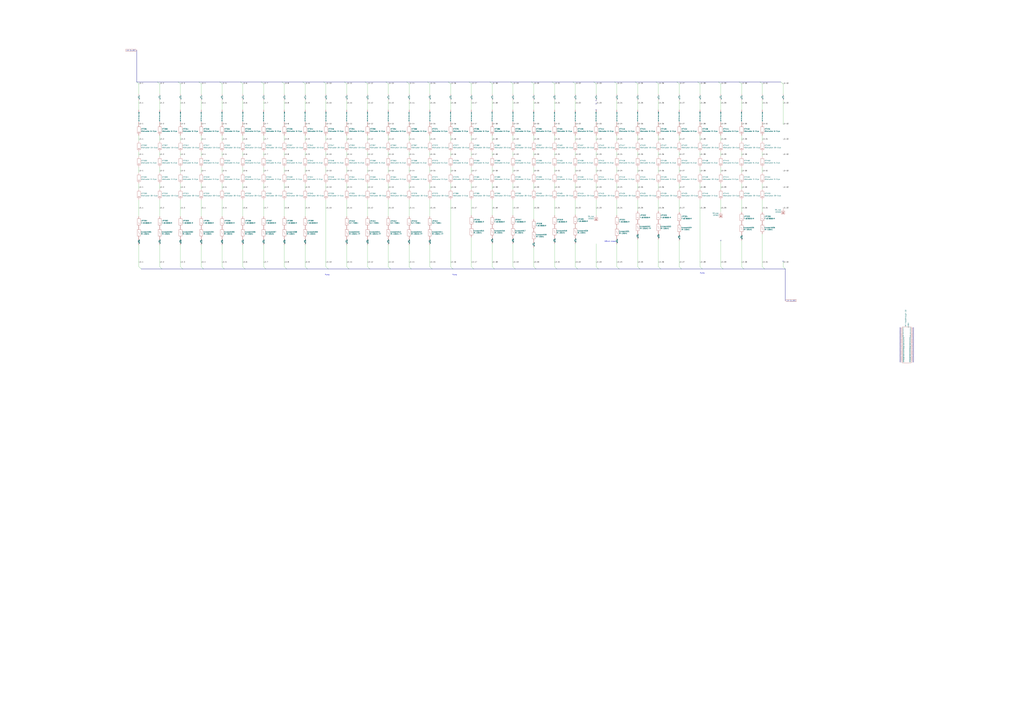
<source format=kicad_sch>
(kicad_sch (version 20230121) (generator eeschema)
  (paper "A0")
  (no_connect (at 1060.45 383.54))
  (no_connect (at 1060.45 405.13))
  (no_connect (at 1060.45 400.05))
  (no_connect (at 1045.21 403.86))
  (no_connect (at 1045.21 398.78))
  (no_connect (at 1045.21 402.59))
  (no_connect (at 1060.45 389.89))
  (no_connect (at 1060.45 411.48))
  (no_connect (at 1045.21 416.56))
  (no_connect (at 1060.45 387.35))
  (no_connect (at 1045.21 414.02))
  (no_connect (at 1045.21 388.62))
  (no_connect (at 836.93 279.4))
  (no_connect (at 1045.21 389.89))
  (no_connect (at 1045.21 405.13))
  (no_connect (at 692.15 127.635))
  (no_connect (at 692.15 116.84))
  (no_connect (at 1060.45 408.94))
  (no_connect (at 1060.45 401.32))
  (no_connect (at 1060.45 396.24))
  (no_connect (at 1045.21 396.24))
  (no_connect (at 1045.21 407.67))
  (no_connect (at 1060.45 386.08))
  (no_connect (at 1060.45 417.83))
  (no_connect (at 1045.21 420.37))
  (no_connect (at 1060.45 419.1))
  (no_connect (at 1045.21 391.16))
  (no_connect (at 1060.45 420.37))
  (no_connect (at 1045.21 411.48))
  (no_connect (at 1045.21 381))
  (no_connect (at 1045.21 393.7))
  (no_connect (at 1045.21 383.54))
  (no_connect (at 1060.45 392.43))
  (no_connect (at 1060.45 388.62))
  (no_connect (at 1060.45 412.75))
  (no_connect (at 1045.21 408.94))
  (no_connect (at 1060.45 414.02))
  (no_connect (at 1060.45 381))
  (no_connect (at 692.15 120.65))
  (no_connect (at 1045.21 384.81))
  (no_connect (at 1045.21 392.43))
  (no_connect (at 1060.45 402.59))
  (no_connect (at 1045.21 412.75))
  (no_connect (at 1060.45 393.7))
  (no_connect (at 1060.45 394.97))
  (no_connect (at 1060.45 384.81))
  (no_connect (at 1045.21 401.32))
  (no_connect (at 1045.21 415.29))
  (no_connect (at 909.32 303.53))
  (no_connect (at 1060.45 398.78))
  (no_connect (at 1060.45 406.4))
  (no_connect (at 1045.21 386.08))
  (no_connect (at 1060.45 407.67))
  (no_connect (at 1060.45 410.21))
  (no_connect (at 1045.21 410.21))
  (no_connect (at 1060.45 391.16))
  (no_connect (at 1045.21 419.1))
  (no_connect (at 1045.21 397.51))
  (no_connect (at 1060.45 416.56))
  (no_connect (at 1045.21 406.4))
  (no_connect (at 1060.45 415.29))
  (no_connect (at 1045.21 382.27))
  (no_connect (at 1045.21 387.35))
  (no_connect (at 1060.45 397.51))
  (no_connect (at 1045.21 394.97))
  (no_connect (at 1045.21 417.83))
  (no_connect (at 1060.45 382.27))
  (no_connect (at 1045.21 400.05))
  (no_connect (at 1060.45 403.86))
  (bus_entry (at 861.06 97.79) (size -2.54 -2.54))
  (bus_entry (at 571.5 309.88) (size 2.54 2.54))
  (bus_entry (at 209.55 97.79) (size -2.54 -2.54))
  (bus_entry (at 764.54 97.79) (size -2.54 -2.54))
  (bus_entry (at 643.89 309.88) (size 2.54 2.54))
  (bus_entry (at 836.93 309.88) (size 2.54 2.54))
  (bus_entry (at 740.41 309.88) (size 2.54 2.54))
  (bus_entry (at 161.29 97.79) (size -2.54 -2.54))
  (bus_entry (at 378.46 309.88) (size 2.54 2.54))
  (bus_entry (at 643.89 97.79) (size -2.54 -2.54))
  (bus_entry (at 547.37 97.79) (size -2.54 -2.54))
  (bus_entry (at 716.28 97.79) (size -2.54 -2.54))
  (bus_entry (at 692.15 309.88) (size 2.54 2.54))
  (bus_entry (at 595.63 97.79) (size -2.54 -2.54))
  (bus_entry (at 499.11 309.88) (size 2.54 2.54))
  (bus_entry (at 909.32 309.88) (size 2.54 2.54))
  (bus_entry (at 885.19 97.79) (size -2.54 -2.54))
  (bus_entry (at 668.02 309.88) (size 2.54 2.54))
  (bus_entry (at 306.07 309.88) (size 2.54 2.54))
  (bus_entry (at 523.24 309.88) (size 2.54 2.54))
  (bus_entry (at 426.72 97.79) (size -2.54 -2.54))
  (bus_entry (at 836.93 97.79) (size -2.54 -2.54))
  (bus_entry (at 474.98 97.79) (size -2.54 -2.54))
  (bus_entry (at 161.29 309.88) (size 2.54 2.54))
  (bus_entry (at 233.68 97.79) (size -2.54 -2.54))
  (bus_entry (at 450.85 97.79) (size -2.54 -2.54))
  (bus_entry (at 788.67 309.88) (size 2.54 2.54))
  (bus_entry (at 426.72 309.88) (size 2.54 2.54))
  (bus_entry (at 209.55 309.88) (size 2.54 2.54))
  (bus_entry (at 474.98 309.88) (size 2.54 2.54))
  (bus_entry (at 378.46 97.79) (size -2.54 -2.54))
  (bus_entry (at 909.32 97.79) (size -2.54 -2.54))
  (bus_entry (at 499.11 97.79) (size -2.54 -2.54))
  (bus_entry (at 523.24 97.79) (size -2.54 -2.54))
  (bus_entry (at 354.33 97.79) (size -2.54 -2.54))
  (bus_entry (at 716.28 309.88) (size 2.54 2.54))
  (bus_entry (at 788.67 97.79) (size -2.54 -2.54))
  (bus_entry (at 354.33 309.88) (size 2.54 2.54))
  (bus_entry (at 740.41 97.79) (size -2.54 -2.54))
  (bus_entry (at 257.81 97.79) (size -2.54 -2.54))
  (bus_entry (at 595.63 309.88) (size 2.54 2.54))
  (bus_entry (at 861.06 309.88) (size 2.54 2.54))
  (bus_entry (at 885.19 309.88) (size 2.54 2.54))
  (bus_entry (at 257.81 309.88) (size 2.54 2.54))
  (bus_entry (at 812.8 97.79) (size -2.54 -2.54))
  (bus_entry (at 402.59 97.79) (size -2.54 -2.54))
  (bus_entry (at 547.37 309.88) (size 2.54 2.54))
  (bus_entry (at 233.68 309.88) (size 2.54 2.54))
  (bus_entry (at 571.5 97.79) (size -2.54 -2.54))
  (bus_entry (at 185.42 97.79) (size -2.54 -2.54))
  (bus_entry (at 185.42 309.88) (size 2.54 2.54))
  (bus_entry (at 692.15 97.79) (size -2.54 -2.54))
  (bus_entry (at 330.2 309.88) (size 2.54 2.54))
  (bus_entry (at 281.94 309.88) (size 2.54 2.54))
  (bus_entry (at 619.76 309.88) (size 2.54 2.54))
  (bus_entry (at 281.94 97.79) (size -2.54 -2.54))
  (bus_entry (at 812.8 309.88) (size 2.54 2.54))
  (bus_entry (at 619.76 97.79) (size -2.54 -2.54))
  (bus_entry (at 764.54 309.88) (size 2.54 2.54))
  (bus_entry (at 668.02 97.79) (size -2.54 -2.54))
  (bus_entry (at 450.85 309.88) (size 2.54 2.54))
  (bus_entry (at 402.59 309.88) (size 2.54 2.54))
  (bus_entry (at 306.07 97.79) (size -2.54 -2.54))
  (bus_entry (at 330.2 97.79) (size -2.54 -2.54))
  (wire (pts (xy 233.68 232.41) (xy 233.68 251.46)))
  (wire (pts (xy 233.68 97.79) (xy 233.68 109.22)))
  (wire (pts (xy 306.07 232.41) (xy 306.07 251.46)))
  (wire (pts (xy 812.8 176.53) (xy 812.8 181.61)))
  (wire (pts (xy 716.28 262.89) (xy 716.28 263.525)))
  (wire (pts (xy 716.28 176.53) (xy 716.28 181.61)))
  (wire (pts (xy 378.46 144.145) (xy 378.46 144.78)))
  (wire (pts (xy 209.55 97.79) (xy 209.55 109.22)))
  (wire (pts (xy 474.98 157.48) (xy 474.98 163.83)))
  (wire (pts (xy 233.68 194.31) (xy 233.68 200.66)))
  (wire (pts (xy 740.41 194.31) (xy 740.41 200.66)))
  (wire (pts (xy 378.46 232.41) (xy 378.46 309.88)))
  (bus (pts (xy 477.52 312.42) (xy 501.65 312.42)))
  (wire (pts (xy 861.06 176.53) (xy 861.06 181.61)))
  (wire (pts (xy 474.98 176.53) (xy 474.98 181.61)))
  (bus (pts (xy 356.87 312.42) (xy 381 312.42)))
  (wire (pts (xy 281.94 97.79) (xy 281.94 109.22)))
  (wire (pts (xy 474.98 144.145) (xy 474.98 144.78)))
  (wire (pts (xy 330.2 213.36) (xy 330.2 219.71)))
  (wire (pts (xy 281.94 284.48) (xy 281.94 309.88)))
  (wire (pts (xy 306.07 194.31) (xy 306.07 200.66)))
  (wire (pts (xy 499.11 116.84) (xy 499.11 127.635)))
  (wire (pts (xy 764.54 157.48) (xy 764.54 163.83)))
  (wire (pts (xy 643.89 157.48) (xy 643.89 163.83)))
  (wire (pts (xy 740.41 144.145) (xy 740.41 144.78)))
  (bus (pts (xy 279.4 95.25) (xy 255.27 95.25)))
  (bus (pts (xy 260.35 312.42) (xy 284.48 312.42)))
  (wire (pts (xy 330.2 144.145) (xy 330.2 144.78)))
  (wire (pts (xy 836.93 116.84) (xy 836.93 127.635)))
  (wire (pts (xy 595.63 232.41) (xy 595.63 250.19)))
  (wire (pts (xy 499.11 97.79) (xy 499.11 109.22)))
  (bus (pts (xy 496.57 95.25) (xy 472.44 95.25)))
  (wire (pts (xy 499.11 232.41) (xy 499.11 251.46)))
  (wire (pts (xy 474.98 213.36) (xy 474.98 219.71)))
  (wire (pts (xy 209.55 176.53) (xy 209.55 181.61)))
  (wire (pts (xy 450.85 176.53) (xy 450.85 181.61)))
  (wire (pts (xy 619.76 176.53) (xy 619.76 181.61)))
  (wire (pts (xy 619.76 287.655) (xy 619.76 309.88)))
  (wire (pts (xy 450.85 157.48) (xy 450.85 163.83)))
  (wire (pts (xy 161.29 157.48) (xy 161.29 163.83)))
  (wire (pts (xy 788.67 157.48) (xy 788.67 163.83)))
  (wire (pts (xy 861.06 97.79) (xy 861.06 109.22)))
  (wire (pts (xy 209.55 284.48) (xy 209.55 309.88)))
  (wire (pts (xy 643.89 116.84) (xy 643.89 127.635)))
  (wire (pts (xy 378.46 176.53) (xy 378.46 181.61)))
  (bus (pts (xy 641.35 95.25) (xy 617.22 95.25)))
  (wire (pts (xy 861.06 232.41) (xy 861.06 246.38)))
  (wire (pts (xy 233.68 144.145) (xy 233.68 144.78)))
  (wire (pts (xy 595.63 194.31) (xy 595.63 200.66)))
  (wire (pts (xy 885.19 232.41) (xy 885.19 246.38)))
  (wire (pts (xy 764.54 97.79) (xy 764.54 109.22)))
  (wire (pts (xy 499.11 144.145) (xy 499.11 144.78)))
  (wire (pts (xy 426.72 116.84) (xy 426.72 127.635)))
  (wire (pts (xy 812.8 144.145) (xy 812.8 144.78)))
  (wire (pts (xy 209.55 144.145) (xy 209.55 144.78)))
  (bus (pts (xy 424.18 95.25) (xy 400.05 95.25)))
  (bus (pts (xy 182.88 95.25) (xy 158.75 95.25)))
  (wire (pts (xy 764.54 176.53) (xy 764.54 181.61)))
  (bus (pts (xy 839.47 312.42) (xy 863.6 312.42)))
  (wire (pts (xy 426.72 194.31) (xy 426.72 200.66)))
  (bus (pts (xy 236.22 312.42) (xy 260.35 312.42)))
  (wire (pts (xy 209.55 232.41) (xy 209.55 251.46)))
  (wire (pts (xy 233.68 157.48) (xy 233.68 163.83)))
  (wire (pts (xy 861.06 213.36) (xy 861.06 219.71)))
  (wire (pts (xy 474.98 194.31) (xy 474.98 200.66)))
  (wire (pts (xy 595.63 97.79) (xy 595.63 109.22)))
  (wire (pts (xy 668.02 213.36) (xy 668.02 219.71)))
  (wire (pts (xy 812.8 213.36) (xy 812.8 219.71)))
  (wire (pts (xy 233.68 176.53) (xy 233.68 181.61)))
  (bus (pts (xy 834.39 95.25) (xy 810.26 95.25)))
  (wire (pts (xy 402.59 176.53) (xy 402.59 181.61)))
  (wire (pts (xy 402.59 213.36) (xy 402.59 219.71)))
  (wire (pts (xy 450.85 194.31) (xy 450.85 200.66)))
  (wire (pts (xy 354.33 144.145) (xy 354.33 144.78)))
  (wire (pts (xy 474.98 97.79) (xy 474.98 109.22)))
  (bus (pts (xy 887.73 312.42) (xy 911.86 312.42)))
  (wire (pts (xy 812.8 232.41) (xy 812.8 309.88)))
  (wire (pts (xy 764.54 278.13) (xy 764.54 309.88)))
  (wire (pts (xy 426.72 144.145) (xy 426.72 144.78)))
  (wire (pts (xy 281.94 213.36) (xy 281.94 219.71)))
  (bus (pts (xy 429.26 312.42) (xy 453.39 312.42)))
  (wire (pts (xy 764.54 144.145) (xy 764.54 144.78)))
  (wire (pts (xy 764.54 116.84) (xy 764.54 127.635)))
  (wire (pts (xy 185.42 284.48) (xy 185.42 309.88)))
  (wire (pts (xy 233.68 284.48) (xy 233.68 309.88)))
  (wire (pts (xy 499.11 157.48) (xy 499.11 163.83)))
  (wire (pts (xy 523.24 194.31) (xy 523.24 200.66)))
  (wire (pts (xy 643.89 176.53) (xy 643.89 181.61)))
  (bus (pts (xy 375.92 95.25) (xy 351.79 95.25)))
  (wire (pts (xy 861.06 116.84) (xy 861.06 127.635)))
  (wire (pts (xy 281.94 144.145) (xy 281.94 144.78)))
  (wire (pts (xy 885.19 176.53) (xy 885.19 181.61)))
  (wire (pts (xy 402.59 157.48) (xy 402.59 163.83)))
  (bus (pts (xy 858.52 95.25) (xy 834.39 95.25)))
  (wire (pts (xy 885.19 144.145) (xy 885.19 144.78)))
  (wire (pts (xy 885.19 271.78) (xy 885.19 309.88)))
  (wire (pts (xy 257.81 194.31) (xy 257.81 200.66)))
  (bus (pts (xy 737.87 95.25) (xy 713.74 95.25)))
  (wire (pts (xy 402.59 97.79) (xy 402.59 109.22)))
  (wire (pts (xy 523.24 176.53) (xy 523.24 181.61)))
  (wire (pts (xy 740.41 116.84) (xy 740.41 127.635)))
  (wire (pts (xy 571.5 283.21) (xy 571.5 309.88)))
  (bus (pts (xy 791.21 312.42) (xy 815.34 312.42)))
  (wire (pts (xy 643.89 232.41) (xy 643.89 250.19)))
  (bus (pts (xy 762 95.25) (xy 737.87 95.25)))
  (bus (pts (xy 622.3 312.42) (xy 646.43 312.42)))
  (wire (pts (xy 836.93 144.145) (xy 836.93 144.78)))
  (bus (pts (xy 810.26 95.25) (xy 786.13 95.25)))
  (wire (pts (xy 209.55 116.84) (xy 209.55 127.635)))
  (bus (pts (xy 670.56 312.42) (xy 694.69 312.42)))
  (wire (pts (xy 861.06 194.31) (xy 861.06 200.66)))
  (wire (pts (xy 547.37 275.59) (xy 547.37 309.88)))
  (bus (pts (xy 544.83 95.25) (xy 520.7 95.25)))
  (wire (pts (xy 716.28 144.145) (xy 716.28 144.78)))
  (wire (pts (xy 354.33 194.31) (xy 354.33 200.66)))
  (wire (pts (xy 306.07 157.48) (xy 306.07 163.83)))
  (wire (pts (xy 692.15 157.48) (xy 692.15 163.83)))
  (wire (pts (xy 330.2 116.84) (xy 330.2 127.635)))
  (wire (pts (xy 571.5 194.31) (xy 571.5 200.66)))
  (wire (pts (xy 306.07 144.145) (xy 306.07 144.78)))
  (wire (pts (xy 547.37 194.31) (xy 547.37 200.66)))
  (wire (pts (xy 354.33 116.84) (xy 354.33 127.635)))
  (wire (pts (xy 209.55 157.48) (xy 209.55 163.83)))
  (bus (pts (xy 598.17 312.42) (xy 622.3 312.42)))
  (wire (pts (xy 547.37 144.145) (xy 547.37 144.78)))
  (wire (pts (xy 523.24 157.48) (xy 523.24 163.83)))
  (wire (pts (xy 668.02 144.145) (xy 668.02 144.78)))
  (wire (pts (xy 474.98 284.48) (xy 474.98 309.88)))
  (bus (pts (xy 453.39 312.42) (xy 477.52 312.42)))
  (bus (pts (xy 617.22 95.25) (xy 593.09 95.25)))
  (wire (pts (xy 281.94 157.48) (xy 281.94 163.83)))
  (wire (pts (xy 692.15 283.21) (xy 692.15 309.88)))
  (wire (pts (xy 523.24 97.79) (xy 523.24 109.22)))
  (wire (pts (xy 788.67 116.84) (xy 788.67 127.635)))
  (wire (pts (xy 571.5 97.79) (xy 571.5 109.22)))
  (wire (pts (xy 354.33 97.79) (xy 354.33 109.22)))
  (wire (pts (xy 692.15 194.31) (xy 692.15 200.66)))
  (wire (pts (xy 595.63 283.21) (xy 595.63 309.88)))
  (wire (pts (xy 354.33 176.53) (xy 354.33 181.61)))
  (wire (pts (xy 233.68 213.36) (xy 233.68 219.71)))
  (wire (pts (xy 281.94 116.84) (xy 281.94 127.635)))
  (wire (pts (xy 161.29 213.36) (xy 161.29 219.71)))
  (wire (pts (xy 571.5 116.84) (xy 571.5 127.635)))
  (bus (pts (xy 187.96 312.42) (xy 212.09 312.42)))
  (bus (pts (xy 911.86 312.42) (xy 911.86 349.25)))
  (wire (pts (xy 523.24 232.41) (xy 523.24 309.88)))
  (wire (pts (xy 812.8 97.79) (xy 812.8 109.22)))
  (wire (pts (xy 499.11 194.31) (xy 499.11 200.66)))
  (wire (pts (xy 257.81 116.84) (xy 257.81 127.635)))
  (wire (pts (xy 740.41 97.79) (xy 740.41 109.22)))
  (wire (pts (xy 378.46 97.79) (xy 378.46 109.22)))
  (wire (pts (xy 619.76 97.79) (xy 619.76 109.22)))
  (wire (pts (xy 185.42 176.53) (xy 185.42 181.61)))
  (wire (pts (xy 257.81 232.41) (xy 257.81 251.46)))
  (bus (pts (xy 549.91 312.42) (xy 574.04 312.42)))
  (bus (pts (xy 520.7 95.25) (xy 496.57 95.25)))
  (wire (pts (xy 547.37 157.48) (xy 547.37 163.83)))
  (bus (pts (xy 231.14 95.25) (xy 207.01 95.25)))
  (wire (pts (xy 161.29 116.84) (xy 161.29 127.635)))
  (bus (pts (xy 568.96 95.25) (xy 544.83 95.25)))
  (wire (pts (xy 788.67 232.41) (xy 788.67 246.38)))
  (bus (pts (xy 786.13 95.25) (xy 762 95.25)))
  (wire (pts (xy 595.63 176.53) (xy 595.63 181.61)))
  (bus (pts (xy 863.6 312.42) (xy 887.73 312.42)))
  (wire (pts (xy 185.42 144.145) (xy 185.42 144.78)))
  (wire (pts (xy 185.42 157.48) (xy 185.42 163.83)))
  (wire (pts (xy 885.19 97.79) (xy 885.19 109.22)))
  (wire (pts (xy 812.8 157.48) (xy 812.8 163.83)))
  (wire (pts (xy 257.81 144.145) (xy 257.81 144.78)))
  (wire (pts (xy 523.24 213.36) (xy 523.24 219.71)))
  (wire (pts (xy 402.59 116.84) (xy 402.59 127.635)))
  (wire (pts (xy 257.81 176.53) (xy 257.81 181.61)))
  (wire (pts (xy 426.72 284.48) (xy 426.72 309.88)))
  (wire (pts (xy 378.46 213.36) (xy 378.46 219.71)))
  (wire (pts (xy 161.29 284.48) (xy 161.29 309.88)))
  (bus (pts (xy 472.44 95.25) (xy 448.31 95.25)))
  (wire (pts (xy 885.19 157.48) (xy 885.19 163.83)))
  (wire (pts (xy 668.02 283.21) (xy 668.02 309.88)))
  (wire (pts (xy 402.59 232.41) (xy 402.59 251.46)))
  (wire (pts (xy 619.76 194.31) (xy 619.76 200.66)))
  (bus (pts (xy 501.65 312.42) (xy 525.78 312.42)))
  (wire (pts (xy 668.02 97.79) (xy 668.02 109.22)))
  (wire (pts (xy 643.89 97.79) (xy 643.89 109.22)))
  (wire (pts (xy 619.76 157.48) (xy 619.76 163.83)))
  (wire (pts (xy 161.29 176.53) (xy 161.29 181.61)))
  (wire (pts (xy 354.33 284.48) (xy 354.33 309.88)))
  (wire (pts (xy 547.37 176.53) (xy 547.37 181.61)))
  (wire (pts (xy 740.41 213.36) (xy 740.41 219.71)))
  (bus (pts (xy 284.48 312.42) (xy 308.61 312.42)))
  (wire (pts (xy 861.06 157.48) (xy 861.06 163.83)))
  (wire (pts (xy 330.2 284.48) (xy 330.2 309.88)))
  (wire (pts (xy 185.42 194.31) (xy 185.42 200.66)))
  (wire (pts (xy 885.19 213.36) (xy 885.19 219.71)))
  (bus (pts (xy 448.31 95.25) (xy 424.18 95.25)))
  (bus (pts (xy 158.75 95.25) (xy 158.75 58.42)))
  (bus (pts (xy 689.61 95.25) (xy 665.48 95.25)))
  (bus (pts (xy 593.09 95.25) (xy 568.96 95.25)))
  (bus (pts (xy 815.34 312.42) (xy 839.47 312.42)))
  (wire (pts (xy 281.94 176.53) (xy 281.94 181.61)))
  (wire (pts (xy 836.93 232.41) (xy 836.93 246.38)))
  (wire (pts (xy 402.59 284.48) (xy 402.59 309.88)))
  (wire (pts (xy 450.85 232.41) (xy 450.85 251.46)))
  (bus (pts (xy 694.69 312.42) (xy 718.82 312.42)))
  (wire (pts (xy 281.94 232.41) (xy 281.94 251.46)))
  (bus (pts (xy 665.48 95.25) (xy 641.35 95.25)))
  (wire (pts (xy 499.11 176.53) (xy 499.11 181.61)))
  (wire (pts (xy 668.02 157.48) (xy 668.02 163.83)))
  (wire (pts (xy 306.07 176.53) (xy 306.07 181.61)))
  (wire (pts (xy 885.19 194.31) (xy 885.19 200.66)))
  (wire (pts (xy 306.07 97.79) (xy 306.07 109.22)))
  (wire (pts (xy 330.2 232.41) (xy 330.2 251.46)))
  (wire (pts (xy 812.8 194.31) (xy 812.8 200.66)))
  (bus (pts (xy 718.82 312.42) (xy 742.95 312.42)))
  (wire (pts (xy 426.72 157.48) (xy 426.72 163.83)))
  (wire (pts (xy 402.59 144.145) (xy 402.59 144.78)))
  (bus (pts (xy 351.79 95.25) (xy 327.66 95.25)))
  (wire (pts (xy 668.02 194.31) (xy 668.02 200.66)))
  (wire (pts (xy 571.5 144.145) (xy 571.5 144.78)))
  (wire (pts (xy 692.15 213.36) (xy 692.15 219.71)))
  (wire (pts (xy 643.89 213.36) (xy 643.89 219.71)))
  (wire (pts (xy 378.46 157.48) (xy 378.46 163.83)))
  (wire (pts (xy 909.32 116.84) (xy 909.32 144.78)))
  (wire (pts (xy 306.07 213.36) (xy 306.07 219.71)))
  (bus (pts (xy 400.05 95.25) (xy 375.92 95.25)))
  (bus (pts (xy 212.09 312.42) (xy 236.22 312.42)))
  (wire (pts (xy 643.89 144.145) (xy 643.89 144.78)))
  (wire (pts (xy 716.28 283.845) (xy 716.28 309.88)))
  (wire (pts (xy 716.28 194.31) (xy 716.28 200.66)))
  (wire (pts (xy 450.85 144.145) (xy 450.85 144.78)))
  (wire (pts (xy 788.67 144.145) (xy 788.67 144.78)))
  (wire (pts (xy 378.46 194.31) (xy 378.46 200.66)))
  (wire (pts (xy 571.5 232.41) (xy 571.5 250.19)))
  (bus (pts (xy 405.13 312.42) (xy 429.26 312.42)))
  (wire (pts (xy 668.02 232.41) (xy 668.02 249.555)))
  (wire (pts (xy 836.93 97.79) (xy 836.93 109.22)))
  (bus (pts (xy 163.83 312.42) (xy 187.96 312.42)))
  (wire (pts (xy 836.93 279.4) (xy 836.93 309.88)))
  (wire (pts (xy 909.32 97.79) (xy 909.32 109.22)))
  (wire (pts (xy 836.93 213.36) (xy 836.93 219.71)))
  (wire (pts (xy 595.63 213.36) (xy 595.63 219.71)))
  (wire (pts (xy 595.63 116.84) (xy 595.63 127.635)))
  (wire (pts (xy 474.98 232.41) (xy 474.98 251.46)))
  (wire (pts (xy 668.02 116.84) (xy 668.02 127.635)))
  (wire (pts (xy 257.81 97.79) (xy 257.81 109.22)))
  (bus (pts (xy 327.66 95.25) (xy 303.53 95.25)))
  (bus (pts (xy 742.95 312.42) (xy 767.08 312.42)))
  (wire (pts (xy 571.5 213.36) (xy 571.5 219.71)))
  (bus (pts (xy 882.65 95.25) (xy 858.52 95.25)))
  (wire (pts (xy 836.93 176.53) (xy 836.93 181.61)))
  (wire (pts (xy 788.67 194.31) (xy 788.67 200.66)))
  (wire (pts (xy 330.2 97.79) (xy 330.2 109.22)))
  (bus (pts (xy 906.78 95.25) (xy 882.65 95.25)))
  (bus (pts (xy 574.04 312.42) (xy 598.17 312.42)))
  (wire (pts (xy 740.41 245.11) (xy 740.41 232.41)))
  (wire (pts (xy 450.85 213.36) (xy 450.85 219.71)))
  (wire (pts (xy 450.85 116.84) (xy 450.85 127.635)))
  (wire (pts (xy 692.15 232.41) (xy 692.15 250.19)))
  (wire (pts (xy 595.63 144.145) (xy 595.63 144.78)))
  (wire (pts (xy 257.81 213.36) (xy 257.81 219.71)))
  (wire (pts (xy 788.67 213.36) (xy 788.67 219.71)))
  (wire (pts (xy 716.28 97.79) (xy 716.28 109.22)))
  (bus (pts (xy 713.74 95.25) (xy 689.61 95.25)))
  (wire (pts (xy 764.54 213.36) (xy 764.54 219.71)))
  (wire (pts (xy 836.93 194.31) (xy 836.93 200.66)))
  (wire (pts (xy 692.15 97.79) (xy 692.15 109.22)))
  (wire (pts (xy 812.8 116.84) (xy 812.8 127.635)))
  (wire (pts (xy 740.41 176.53) (xy 740.41 181.61)))
  (wire (pts (xy 185.42 116.84) (xy 185.42 127.635)))
  (wire (pts (xy 426.72 176.53) (xy 426.72 181.61)))
  (bus (pts (xy 207.01 95.25) (xy 182.88 95.25)))
  (wire (pts (xy 716.28 116.84) (xy 716.28 127.635)))
  (bus (pts (xy 525.78 312.42) (xy 549.91 312.42)))
  (wire (pts (xy 619.76 213.36) (xy 619.76 219.71)))
  (bus (pts (xy 308.61 312.42) (xy 332.74 312.42)))
  (wire (pts (xy 523.24 116.84) (xy 523.24 127.635)))
  (wire (pts (xy 523.24 144.145) (xy 523.24 144.78)))
  (wire (pts (xy 402.59 194.31) (xy 402.59 200.66)))
  (bus (pts (xy 381 312.42) (xy 405.13 312.42)))
  (wire (pts (xy 185.42 232.41) (xy 185.42 251.46)))
  (wire (pts (xy 547.37 213.36) (xy 547.37 219.71)))
  (wire (pts (xy 861.06 279.4) (xy 861.06 309.88)))
  (wire (pts (xy 330.2 176.53) (xy 330.2 181.61)))
  (wire (pts (xy 861.06 144.145) (xy 861.06 144.78)))
  (wire (pts (xy 885.19 116.84) (xy 885.19 127.635)))
  (wire (pts (xy 185.42 97.79) (xy 185.42 109.22)))
  (wire (pts (xy 161.29 194.31) (xy 161.29 200.66)))
  (wire (pts (xy 426.72 232.41) (xy 426.72 251.46)))
  (wire (pts (xy 354.33 157.48) (xy 354.33 163.83)))
  (wire (pts (xy 909.32 303.53) (xy 909.32 309.88)))
  (wire (pts (xy 740.41 278.13) (xy 740.41 309.88)))
  (wire (pts (xy 426.72 213.36) (xy 426.72 219.71)))
  (wire (pts (xy 716.28 157.48) (xy 716.28 163.83)))
  (wire (pts (xy 716.28 232.41) (xy 716.28 250.19)))
  (wire (pts (xy 692.15 144.145) (xy 692.15 144.78)))
  (wire (pts (xy 547.37 232.41) (xy 547.37 250.19)))
  (wire (pts (xy 257.81 284.48) (xy 257.81 309.88)))
  (wire (pts (xy 161.29 97.79) (xy 161.29 109.22)))
  (wire (pts (xy 257.81 157.48) (xy 257.81 163.83)))
  (wire (pts (xy 209.55 194.31) (xy 209.55 200.66)))
  (wire (pts (xy 209.55 213.36) (xy 209.55 219.71)))
  (wire (pts (xy 378.46 116.84) (xy 378.46 127.635)))
  (wire (pts (xy 330.2 157.48) (xy 330.2 163.83)))
  (wire (pts (xy 788.67 279.4) (xy 788.67 309.88)))
  (wire (pts (xy 788.67 176.53) (xy 788.67 181.61)))
  (wire (pts (xy 233.68 116.84) (xy 233.68 127.635)))
  (wire (pts (xy 185.42 213.36) (xy 185.42 219.71)))
  (wire (pts (xy 499.11 213.36) (xy 499.11 219.71)))
  (wire (pts (xy 692.15 176.53) (xy 692.15 181.61)))
  (wire (pts (xy 499.11 284.48) (xy 499.11 309.88)))
  (bus (pts (xy 255.27 95.25) (xy 231.14 95.25)))
  (wire (pts (xy 306.07 284.48) (xy 306.07 309.88)))
  (wire (pts (xy 571.5 157.48) (xy 571.5 163.83)))
  (wire (pts (xy 668.02 262.255) (xy 668.02 262.89)))
  (wire (pts (xy 619.76 232.41) (xy 619.76 254.635)))
  (bus (pts (xy 767.08 312.42) (xy 791.21 312.42)))
  (wire (pts (xy 764.54 194.31) (xy 764.54 200.66)))
  (wire (pts (xy 764.54 245.11) (xy 764.54 232.41)))
  (wire (pts (xy 619.76 144.145) (xy 619.76 144.78)))
  (wire (pts (xy 450.85 284.48) (xy 450.85 309.88)))
  (wire (pts (xy 161.29 232.41) (xy 161.29 251.46)))
  (bus (pts (xy 303.53 95.25) (xy 279.4 95.25)))
  (wire (pts (xy 474.98 116.84) (xy 474.98 127.635)))
  (wire (pts (xy 836.93 157.48) (xy 836.93 163.83)))
  (bus (pts (xy 332.74 312.42) (xy 356.87 312.42)))
  (wire (pts (xy 547.37 116.84) (xy 547.37 127.635)))
  (wire (pts (xy 595.63 157.48) (xy 595.63 163.83)))
  (wire (pts (xy 426.72 97.79) (xy 426.72 109.22)))
  (wire (pts (xy 643.89 283.21) (xy 643.89 309.88)))
  (wire (pts (xy 306.07 116.84) (xy 306.07 127.635)))
  (wire (pts (xy 547.37 97.79) (xy 547.37 109.22)))
  (wire (pts (xy 281.94 194.31) (xy 281.94 200.66)))
  (wire (pts (xy 450.85 97.79) (xy 450.85 109.22)))
  (wire (pts (xy 571.5 176.53) (xy 571.5 181.61)))
  (wire (pts (xy 354.33 232.41) (xy 354.33 251.46)))
  (wire (pts (xy 619.76 116.84) (xy 619.76 127.635)))
  (wire (pts (xy 788.67 97.79) (xy 788.67 109.22)))
  (wire (pts (xy 668.02 176.53) (xy 668.02 181.61)))
  (wire (pts (xy 716.28 213.36) (xy 716.28 219.71)))
  (bus (pts (xy 646.43 312.42) (xy 670.56 312.42)))
  (wire (pts (xy 740.41 157.48) (xy 740.41 163.83)))
  (wire (pts (xy 643.89 194.31) (xy 643.89 200.66)))
  (wire (pts (xy 354.33 213.36) (xy 354.33 219.71)))
  (wire (pts (xy 330.2 194.31) (xy 330.2 200.66)))
  (wire (pts (xy 161.29 144.145) (xy 161.29 144.78)))
  (text "18inch-brass" (at 701.675 281.305 0) (effects (font (size 1.27 1.27)) (justify left bottom)))
  (text "Pump\n" (at 812.8 318.135 0) (effects (font (size 1.27 1.27)) (justify left bottom)))
  (text "Pump\n" (at 525.145 320.04 0) (effects (font (size 1.27 1.27)) (justify left bottom)))
  (text "Pump\n" (at 377.19 320.04 0) (effects (font (size 1.27 1.27)) (justify left bottom)))
  (label "L3-15" (at 499.11 120.65 0))
  (label "L3-29" (at 836.93 305.435 0))
  (label "L3-15" (at 499.11 242.57 0))
  (label "L3-1" (at 161.29 120.65 0))
  (label "L3-16" (at 523.24 199.39 0))
  (label "L3-28" (at 812.8 180.34 0))
  (label "L3-18" (at 571.5 120.65 0))
  (label "L3-27" (at 788.67 242.57 0))
  (label "L3-19" (at 595.63 242.57 0))
  (label "L3-19" (at 595.63 218.44 0))
  (label "L3-18" (at 571.5 218.44 0))
  (label "L3-16" (at 523.24 218.44 0))
  (label "L3-10" (at 378.46 120.65 0))
  (label "L3-32" (at 909.32 97.79 0))
  (label "L3-8" (at 330.2 144.78 0))
  (label "L3-12" (at 426.72 97.79 0))
  (label "L3-26" (at 764.54 305.435 0))
  (label "L3-22" (at 668.02 180.34 0))
  (label "L3-4" (at 233.68 305.435 0))
  (label "L3-28" (at 812.8 120.65 0))
  (label "L3-24" (at 716.28 180.34 0))
  (label "L3-3" (at 209.55 199.39 0))
  (label "L3-13" (at 450.85 218.44 0))
  (label "L3-15" (at 499.11 218.44 0))
  (label "L3-3" (at 209.55 97.79 0))
  (label "L3-13" (at 450.85 162.56 0))
  (label "L3-1" (at 161.29 218.44 0))
  (label "L3-18" (at 571.5 305.435 0))
  (label "L3-28" (at 812.8 242.57 0))
  (label "L3-17" (at 547.37 305.435 0))
  (label "L3-28" (at 812.8 97.79 0))
  (label "L3-2" (at 185.42 305.435 0))
  (label "L3-23" (at 692.15 144.78 0))
  (label "L3-11" (at 402.59 199.39 0))
  (label "L3-2" (at 185.42 144.78 0))
  (label "L3-2" (at 185.42 97.79 0))
  (label "L3-9" (at 354.33 305.435 0))
  (label "L3-22" (at 668.02 120.65 0))
  (label "L3-21" (at 643.89 97.79 0))
  (label "L3-32" (at 909.32 162.56 0))
  (label "L3-11" (at 402.59 218.44 0))
  (label "L3-19" (at 595.63 97.79 0))
  (label "L3-23" (at 692.15 242.57 0))
  (label "L3-19" (at 595.63 199.39 0))
  (label "L3-27" (at 788.67 144.78 0))
  (label "L3-31" (at 885.19 180.34 0))
  (label "L3-18" (at 571.5 162.56 0))
  (label "L3-31" (at 885.19 144.78 0))
  (label "L3-32" (at 909.32 199.39 0))
  (label "L3-15" (at 499.11 305.435 0))
  (label "L3-22" (at 668.02 162.56 0))
  (label "L3-5" (at 257.81 218.44 0))
  (label "L3-32" (at 909.32 180.34 0))
  (label "L3-6" (at 281.94 180.34 0))
  (label "L3-15" (at 499.11 97.79 0))
  (label "L3-26" (at 764.54 144.78 0))
  (label "L3-14" (at 474.98 199.39 0))
  (label "L3-15" (at 499.11 144.78 0))
  (label "L3-21" (at 643.89 305.435 0))
  (label "L3-29" (at 836.93 180.34 0))
  (label "L3-29" (at 836.93 120.65 0))
  (label "L3-27" (at 788.67 305.435 0))
  (label "L3-14" (at 474.98 218.44 0))
  (label "L3-3" (at 209.55 305.435 0))
  (label "L3-21" (at 643.89 242.57 0))
  (label "L3-18" (at 571.5 180.34 0))
  (label "L3-4" (at 233.68 97.79 0))
  (label "L3-18" (at 571.5 144.78 0))
  (label "L3-29" (at 836.93 144.78 0))
  (label "L3-14" (at 474.98 162.56 0))
  (label "L3-23" (at 692.15 180.34 0))
  (label "L3-10" (at 378.46 305.435 0))
  (label "L3-24" (at 716.28 199.39 0))
  (label "L3-6" (at 281.94 144.78 0))
  (label "L3-16" (at 523.24 180.34 0))
  (label "L3-7" (at 306.07 180.34 0))
  (label "L3-3" (at 209.55 242.57 0))
  (label "L3-22" (at 668.02 218.44 0))
  (label "L3-31" (at 885.19 120.65 0))
  (label "L3-8" (at 330.2 120.65 0))
  (label "L3-31" (at 885.19 97.79 0))
  (label "L3-22" (at 668.02 305.435 0))
  (label "L3-26" (at 764.54 218.44 0))
  (label "L3-11" (at 402.59 242.57 0))
  (label "L3-12" (at 426.72 242.57 0))
  (label "L3-8" (at 330.2 218.44 0))
  (label "L3-11" (at 402.59 120.65 0))
  (label "L3-12" (at 426.72 218.44 0))
  (label "L3-32" (at 909.32 305.435 0))
  (label "L3-32" (at 909.32 218.44 0))
  (label "L3-28" (at 812.8 144.78 0))
  (label "L3-2" (at 185.42 120.65 0))
  (label "L3-26" (at 764.54 120.65 0))
  (label "L3-23" (at 692.15 199.39 0))
  (label "L3-26" (at 764.54 162.56 0))
  (label "L3-9" (at 354.33 120.65 0))
  (label "L3-22" (at 668.02 144.78 0))
  (label "L3-3" (at 209.55 120.65 0))
  (label "L3-1" (at 161.29 242.57 0))
  (label "L3-13" (at 450.85 242.57 0))
  (label "L3-30" (at 861.06 199.39 0))
  (label "L3-7" (at 306.07 305.435 0))
  (label "L3-9" (at 354.33 97.79 0))
  (label "L3-19" (at 595.63 120.65 0))
  (label "L3-11" (at 402.59 305.435 0))
  (label "L3-25" (at 740.41 199.39 0))
  (label "L3-12" (at 426.72 305.435 0))
  (label "L3-11" (at 402.59 97.79 0))
  (label "L3-11" (at 402.59 144.78 0))
  (label "L3-9" (at 354.33 218.44 0))
  (label "L3-31" (at 885.19 199.39 0))
  (label "L3-23" (at 692.15 97.79 0))
  (label "L3-27" (at 788.67 120.65 0))
  (label "L3-23" (at 692.15 305.435 0))
  (label "L3-9" (at 354.33 199.39 0))
  (label "L3-30" (at 861.06 144.78 0))
  (label "L3-4" (at 233.68 120.65 0))
  (label "L3-11" (at 402.59 162.56 0))
  (label "L3-9" (at 354.33 144.78 0))
  (label "L3-7" (at 306.07 144.78 0))
  (label "L3-13" (at 450.85 199.39 0))
  (label "L3-17" (at 547.37 242.57 0))
  (label "L3-28" (at 812.8 305.435 0))
  (label "L3-1" (at 161.29 97.79 0))
  (label "L3-18" (at 571.5 199.39 0))
  (label "L3-30" (at 861.06 180.34 0))
  (label "L3-20" (at 619.76 218.44 0))
  (label "L3-10" (at 378.46 144.78 0))
  (label "L3-13" (at 450.85 144.78 0))
  (label "L3-6" (at 281.94 305.435 0))
  (label "L3-26" (at 764.54 199.39 0))
  (label "L3-3" (at 209.55 218.44 0))
  (label "L3-25" (at 740.41 180.34 0))
  (label "L3-27" (at 788.67 199.39 0))
  (label "L3-25" (at 740.41 144.78 0))
  (label "L3-25" (at 740.41 242.57 0))
  (label "L3-15" (at 499.11 199.39 0))
  (label "L3-5" (at 257.81 199.39 0))
  (label "L3-12" (at 426.72 180.34 0))
  (label "L3-14" (at 474.98 242.57 0))
  (label "L3-26" (at 764.54 97.79 0))
  (label "L3-8" (at 330.2 97.79 0))
  (label "L3-29" (at 836.93 242.57 0))
  (label "L3-28" (at 812.8 199.39 0))
  (label "L3-12" (at 426.72 162.56 0))
  (label "L3-20" (at 619.76 120.65 0))
  (label "L3-21" (at 643.89 199.39 0))
  (label "L3-25" (at 740.41 97.79 0))
  (label "L3-14" (at 474.98 144.78 0))
  (label "L3-22" (at 668.02 242.57 0))
  (label "L3-6" (at 281.94 162.56 0))
  (label "L3-15" (at 499.11 162.56 0))
  (label "L3-20" (at 619.76 97.79 0))
  (label "L3-25" (at 740.41 218.44 0))
  (label "L3-17" (at 547.37 199.39 0))
  (label "L3-17" (at 547.37 120.65 0))
  (label "L3-21" (at 643.89 120.65 0))
  (label "L3-23" (at 692.15 120.65 0))
  (label "L3-6" (at 281.94 199.39 0))
  (label "L3-20" (at 619.76 180.34 0))
  (label "L3-5" (at 257.81 162.56 0))
  (label "L3-10" (at 378.46 242.57 0))
  (label "L3-30" (at 861.06 242.57 0))
  (label "L3-14" (at 474.98 305.435 0))
  (label "L3-27" (at 788.67 162.56 0))
  (label "L3-20" (at 619.76 144.78 0))
  (label "L3-2" (at 185.42 180.34 0))
  (label "L3-14" (at 474.98 120.65 0))
  (label "L3-29" (at 836.93 218.44 0))
  (label "L3-8" (at 330.2 199.39 0))
  (label "L3-2" (at 185.42 218.44 0))
  (label "L3-25" (at 740.41 120.65 0))
  (label "L3-4" (at 233.68 242.57 0))
  (label "L3-5" (at 257.81 305.435 0))
  (label "L3-30" (at 861.06 305.435 0))
  (label "L3-1" (at 161.29 180.34 0))
  (label "L3-19" (at 595.63 180.34 0))
  (label "L3-14" (at 474.98 97.79 0))
  (label "L3-7" (at 306.07 199.39 0))
  (label "L3-5" (at 257.81 242.57 0))
  (label "L3-21" (at 643.89 180.34 0))
  (label "L3-6" (at 281.94 218.44 0))
  (label "L3-30" (at 861.06 97.79 0))
  (label "L3-11" (at 402.59 180.34 0))
  (label "L3-31" (at 885.19 242.57 0))
  (label "L3-6" (at 281.94 120.65 0))
  (label "L3-23" (at 692.15 218.44 0))
  (label "L3-4" (at 233.68 199.39 0))
  (label "L3-24" (at 716.28 242.57 0))
  (label "L3-4" (at 233.68 144.78 0))
  (label "L3-4" (at 233.68 218.44 0))
  (label "L3-3" (at 209.55 180.34 0))
  (label "L3-27" (at 788.67 180.34 0))
  (label "L3-7" (at 306.07 162.56 0))
  (label "L3-19" (at 595.63 305.435 0))
  (label "L3-22" (at 668.02 97.79 0))
  (label "L3-5" (at 257.81 180.34 0))
  (label "L3-31" (at 885.19 218.44 0))
  (label "L3-25" (at 740.41 305.435 0))
  (label "L3-16" (at 523.24 162.56 0))
  (label "L3-30" (at 861.06 120.65 0))
  (label "L3-10" (at 378.46 218.44 0))
  (label "L3-18" (at 571.5 97.79 0))
  (label "L3-16" (at 523.24 144.78 0))
  (label "L3-7" (at 306.07 218.44 0))
  (label "L3-30" (at 861.06 162.56 0))
  (label "L3-21" (at 643.89 162.56 0))
  (label "L3-17" (at 547.37 162.56 0))
  (label "L3-12" (at 426.72 144.78 0))
  (label "L3-17" (at 547.37 97.79 0))
  (label "L3-13" (at 450.85 305.435 0))
  (label "L3-18" (at 571.5 242.57 0))
  (label "L3-16" (at 523.24 305.435 0))
  (label "L3-30" (at 861.06 218.44 0))
  (label "L3-9" (at 354.33 180.34 0))
  (label "L3-6" (at 281.94 242.57 0))
  (label "L3-31" (at 885.19 305.435 0))
  (label "L3-20" (at 619.76 242.57 0))
  (label "L3-21" (at 643.89 144.78 0))
  (label "L3-17" (at 547.37 180.34 0))
  (label "L3-12" (at 426.72 120.65 0))
  (label "L3-12" (at 426.72 199.39 0))
  (label "L3-8" (at 330.2 305.435 0))
  (label "L3-5" (at 257.81 97.79 0))
  (label "L3-3" (at 209.55 162.56 0))
  (label "L3-20" (at 619.76 162.56 0))
  (label "L3-24" (at 716.28 144.78 0))
  (label "L3-2" (at 185.42 162.56 0))
  (label "L3-26" (at 764.54 180.34 0))
  (label "L3-6" (at 281.94 97.79 0))
  (label "L3-1" (at 161.29 199.39 0))
  (label "L3-13" (at 450.85 97.79 0))
  (label "L3-27" (at 788.67 97.79 0))
  (label "L3-32" (at 909.32 144.78 0))
  (label "L3-13" (at 450.85 180.34 0))
  (label "L3-15" (at 499.11 180.34 0))
  (label "L3-24" (at 716.28 218.44 0))
  (label "L3-19" (at 595.63 144.78 0))
  (label "L3-7" (at 306.07 242.57 0))
  (label "L3-7" (at 306.07 97.79 0))
  (label "L3-5" (at 257.81 144.78 0))
  (label "L3-17" (at 547.37 218.44 0))
  (label "L3-8" (at 330.2 242.57 0))
  (label "L3-31" (at 885.19 162.56 0))
  (label "L3-26" (at 764.54 242.57 0))
  (label "L3-14" (at 474.98 180.34 0))
  (label "L3-24" (at 716.28 97.79 0))
  (label "L3-4" (at 233.68 162.56 0))
  (label "L3-24" (at 716.28 162.56 0))
  (label "L3-17" (at 547.37 144.78 0))
  (label "L3-1" (at 161.29 162.56 0))
  (label "L3-24" (at 716.28 120.65 0))
  (label "L3-28" (at 812.8 162.56 0))
  (label "L3-27" (at 788.67 218.44 0))
  (label "L3-8" (at 330.2 162.56 0))
  (label "L3-16" (at 523.24 120.65 0))
  (label "L3-2" (at 185.42 199.39 0))
  (label "L3-5" (at 257.81 120.65 0))
  (label "L3-16" (at 523.24 242.57 0))
  (label "L3-29" (at 836.93 97.79 0))
  (label "L3-25" (at 740.41 162.56 0))
  (label "L3-21" (at 643.89 218.44 0))
  (label "L3-32" (at 909.32 242.57 0))
  (label "L3-10" (at 378.46 162.56 0))
  (label "L3-13" (at 450.85 120.65 0))
  (label "L3-23" (at 692.15 162.56 0))
  (label "L3-28" (at 812.8 218.44 0))
  (label "L3-2" (at 185.42 242.57 0))
  (label "L3-3" (at 209.55 144.78 0))
  (label "L3-24" (at 716.28 305.435 0))
  (label "L3-22" (at 668.02 199.39 0))
  (label "L3-29" (at 836.93 162.56 0))
  (label "L3-1" (at 161.29 305.435 0))
  (label "L3-16" (at 523.24 97.79 0))
  (label "L3-8" (at 330.2 180.34 0))
  (label "L3-19" (at 595.63 162.56 0))
  (label "L3-10" (at 378.46 199.39 0))
  (label "L3-29" (at 836.93 199.39 0))
  (label "L3-1" (at 161.29 144.78 0))
  (label "L3-20" (at 619.76 305.435 0))
  (label "L3-7" (at 306.07 120.65 0))
  (label "L3-10" (at 378.46 97.79 0))
  (label "L3-32" (at 909.32 120.65 0))
  (label "L3-9" (at 354.33 162.56 0))
  (label "L3-4" (at 233.68 180.34 0))
  (label "L3-10" (at 378.46 180.34 0))
  (label "L3-20" (at 619.76 199.39 0))
  (label "L3-9" (at 354.33 242.57 0))
  (global_label "L3-[1..32]" (shape input) (at 158.75 58.42 180) (property "Intersheetrefs" "${INTERSHEET_REFS}" (effects hide)))
  (global_label "L3-[1..32]" (shape input) (at 911.86 349.25 0) (property "Intersheetrefs" "${INTERSHEET_REFS}" (effects hide)))
  (symbol (lib_id "Quantum Computing:Attenuator 20-Cryo") (at 643.89 226.06 0) (unit 1) (on_board no)
    (property "Reference" "ATT405" (at 646.43 224.79 0) (effects (justify left)))
    (property "Value" "Attenuator 20-Cryo" (at 646.43 227.33 0) (effects (justify left)))
  )
  (symbol (lib_id "Quantum Computing:SMA-SMP") (at 474.98 280.67 90) (unit 1)
    (property "Reference" "L:327" (at 474.345 280.67 0) (effects (font (size 0.64 0.64))))
    (property "Value" "SMA-SMP" (at 475.615 280.67 0) (effects (font (size 0.64 0.64))))
  )
  (symbol (lib_id "Quantum Computing:F‐30‐8000‐R") (at 619.76 260.985 0) (unit 1) (on_board no)
    (property "Reference" "LPF318" (at 622.3 259.7149 0) (effects (justify left)))
    (property "Value" "F‐30‐8000‐R" (at 622.3 262.2549 0) (effects (justify left)))
  )
  (symbol (lib_id "Quantum Computing:NbTi-RF-line") (at 450.85 135.89 90) (unit 1)
    (property "Reference" "LX-X313" (at 450.85 132.08 0) (effects (font (size 0.64 0.64))))
    (property "Value" "NbTi-RF-line" (at 450.85 137.795 0) (effects (font (size 0.64 0.64))))
  )
  (symbol (lib_id "Quantum Computing:Attenuator 10-Cryo") (at 836.93 226.06 0) (unit 1) (on_board no)
    (property "Reference" "ATT445" (at 839.47 224.79 0) (effects (justify left)))
    (property "Value" "Attenuator 10-Cryo" (at 839.47 227.33 0) (effects (justify left)))
  )
  (symbol (lib_id "Quantum Computing:Attenuator 10-Cryo") (at 474.98 170.18 0) (unit 1) (on_board no)
    (property "Reference" "ATT367" (at 477.52 168.91 0) (effects (justify left)))
    (property "Value" "Attenuator 10-Cryo" (at 477.52 171.45 0) (effects (justify left)))
  )
  (symbol (lib_id "Quantum Computing:Attenuator 20-Cryo") (at 668.02 226.06 0) (unit 1) (on_board no)
    (property "Reference" "ATT410" (at 670.56 224.79 0) (effects (justify left)))
    (property "Value" "Attenuator 20-Cryo" (at 670.56 227.33 0) (effects (justify left)))
  )
  (symbol (lib_id "Quantum Computing:Attenuator 6-Cryo") (at 716.28 187.96 0) (unit 1) (on_board no)
    (property "Reference" "ATT418" (at 718.82 186.69 0) (effects (justify left)))
    (property "Value" "Attenuator 6-Cryo" (at 718.82 189.23 0) (effects (justify left)))
  )
  (symbol (lib_id "Quantum Computing:Attenuator 6-Cryo") (at 426.72 187.96 0) (unit 1) (on_board no)
    (property "Reference" "ATT358" (at 429.26 186.69 0) (effects (justify left)))
    (property "Value" "Attenuator 6-Cryo" (at 429.26 189.23 0) (effects (justify left)))
  )
  (symbol (lib_id "Quantum Computing:NbTi-RF-line") (at 161.29 135.89 90) (unit 1)
    (property "Reference" "LX-X301" (at 161.29 132.08 0) (effects (font (size 0.64 0.64))))
    (property "Value" "NbTi-RF-line" (at 161.29 137.795 0) (effects (font (size 0.64 0.64))))
  )
  (symbol (lib_id "Quantum Computing:Attenuator 20-Cryo") (at 740.41 226.06 0) (unit 1) (on_board no)
    (property "Reference" "ATT425" (at 742.95 224.79 0) (effects (justify left)))
    (property "Value" "Attenuator 20-Cryo" (at 742.95 227.33 0) (effects (justify left)))
  )
  (symbol (lib_id "Quantum Computing:F‐30‐8000‐R") (at 668.02 255.905 0) (unit 1) (on_board no)
    (property "Reference" "LPF320" (at 670.56 254.6349 0) (effects (justify left)))
    (property "Value" "F‐30‐8000‐R" (at 670.56 257.1749 0) (effects (justify left)))
  )
  (symbol (lib_id "Quantum Computing:COAX-6FT") (at 861.06 113.03 90) (unit 1)
    (property "Reference" "L:353" (at 860.425 113.03 0) (effects (font (size 0.64 0.64))))
    (property "Value" "COAX-6FT" (at 861.695 113.03 0) (effects (font (size 0.64 0.64))))
  )
  (symbol (lib_id "Quantum Computing:50_cap") (at 692.15 252.73 180) (unit 1) (on_board no)
    (property "Reference" "Ω?301" (at 689.61 254 0) (effects (justify left)))
    (property "Value" "50_cap" (at 689.61 251.46 0) (effects (justify left)))
  )
  (symbol (lib_id "Quantum Computing:Attenuator 30-Cryo") (at 474.98 226.06 0) (unit 1) (on_board no)
    (property "Reference" "ATT370" (at 477.52 224.79 0) (effects (justify left)))
    (property "Value" "Attenuator 30-Cryo" (at 477.52 227.33 0) (effects (justify left)))
  )
  (symbol (lib_id "Quantum Computing:Attenuator 6-Cryo") (at 281.94 151.13 0) (unit 1) (on_board no)
    (property "Reference" "ATT326" (at 284.48 149.86 0) (effects (justify left)))
    (property "Value" "Attenuator 6-Cryo" (at 284.48 152.4 0) (effects (justify left)))
  )
  (symbol (lib_id "Quantum Computing:Attenuator 30-Cryo") (at 595.63 226.06 0) (unit 1) (on_board no)
    (property "Reference" "ATT395" (at 598.17 224.79 0) (effects (justify left)))
    (property "Value" "Attenuator 30-Cryo" (at 598.17 227.33 0) (effects (justify left)))
  )
  (symbol (lib_id "Quantum Computing:Attenuator 6-Cryo") (at 595.63 151.13 0) (unit 1) (on_board no)
    (property "Reference" "ATT391" (at 598.17 149.86 0) (effects (justify left)))
    (property "Value" "Attenuator 6-Cryo" (at 598.17 152.4 0) (effects (justify left)))
  )
  (symbol (lib_id "Quantum Computing:Attenuator 6-Cryo") (at 861.06 187.96 0) (unit 1) (on_board no)
    (property "Reference" "ATT448" (at 863.6 186.69 0) (effects (justify left)))
    (property "Value" "Attenuator 6-Cryo" (at 863.6 189.23 0) (effects (justify left)))
  )
  (symbol (lib_id "Quantum Computing:IR-10GHz") (at 764.54 264.16 0) (unit 1) (on_board no)
    (property "Reference" "Eccosorb323" (at 766.826 263.144 0) (effects (justify left)))
    (property "Value" "IR-10GHz" (at 766.826 265.43 0) (effects (justify left)))
  )
  (symbol (lib_id "Quantum Computing:F‐30‐8000‐R") (at 233.68 257.81 0) (unit 1) (on_board no)
    (property "Reference" "LPF304" (at 236.22 256.5399 0) (effects (justify left)))
    (property "Value" "F‐30‐8000‐R" (at 236.22 259.0799 0) (effects (justify left)))
  )
  (symbol (lib_id "Quantum Computing:IR-10GHz") (at 233.68 270.51 0) (unit 1) (on_board no)
    (property "Reference" "Eccosorb304" (at 235.966 269.494 0) (effects (justify left)))
    (property "Value" "IR-10GHz" (at 235.966 271.78 0) (effects (justify left)))
  )
  (symbol (lib_id "Quantum Computing:Attenuator 30-Cryo") (at 306.07 226.06 0) (unit 1) (on_board no)
    (property "Reference" "ATT335" (at 308.61 224.79 0) (effects (justify left)))
    (property "Value" "Attenuator 30-Cryo" (at 308.61 227.33 0) (effects (justify left)))
  )
  (symbol (lib_id "Quantum Computing:Attenuator 6-Cryo") (at 547.37 151.13 0) (unit 1) (on_board no)
    (property "Reference" "ATT381" (at 549.91 149.86 0) (effects (justify left)))
    (property "Value" "Attenuator 6-Cryo" (at 549.91 152.4 0) (effects (justify left)))
  )
  (symbol (lib_id "Quantum Computing:COAX-6FT") (at 788.67 113.03 90) (unit 1)
    (property "Reference" "L:349" (at 788.035 113.03 0) (effects (font (size 0.64 0.64))))
    (property "Value" "COAX-6FT" (at 789.305 113.03 0) (effects (font (size 0.64 0.64))))
  )
  (symbol (lib_id "Quantum Computing:Attenuator 20-Cryo") (at 812.8 170.18 0) (unit 1) (on_board no)
    (property "Reference" "ATT437" (at 815.34 168.91 0) (effects (justify left)))
    (property "Value" "Attenuator 20-Cryo" (at 815.34 171.45 0) (effects (justify left)))
  )
  (symbol (lib_id "Quantum Computing:Attenuator 30-Cryo") (at 233.68 226.06 0) (unit 1) (on_board no)
    (property "Reference" "ATT320" (at 236.22 224.79 0) (effects (justify left)))
    (property "Value" "Attenuator 30-Cryo" (at 236.22 227.33 0) (effects (justify left)))
  )
  (symbol (lib_id "Quantum Computing:NbTi-RF-line") (at 209.55 135.89 90) (unit 1)
    (property "Reference" "LX-X303" (at 209.55 132.08 0) (effects (font (size 0.64 0.64))))
    (property "Value" "NbTi-RF-line" (at 209.55 137.795 0) (effects (font (size 0.64 0.64))))
  )
  (symbol (lib_id "Quantum Computing:Attenuator 10-Cryo") (at 354.33 170.18 0) (unit 1) (on_board no)
    (property "Reference" "ATT342" (at 356.87 168.91 0) (effects (justify left)))
    (property "Value" "Attenuator 10-Cryo" (at 356.87 171.45 0) (effects (justify left)))
  )
  (symbol (lib_id "Quantum Computing:SMA-SMP") (at 450.85 280.67 90) (unit 1)
    (property "Reference" "L:325" (at 450.215 280.67 0) (effects (font (size 0.64 0.64))))
    (property "Value" "SMA-SMP" (at 451.485 280.67 0) (effects (font (size 0.64 0.64))))
  )
  (symbol (lib_id "Quantum Computing:Attenuator 10-Cryo") (at 378.46 207.01 0) (unit 1) (on_board no)
    (property "Reference" "ATT349" (at 381 205.74 0) (effects (justify left)))
    (property "Value" "Attenuator 10-Cryo" (at 381 208.28 0) (effects (justify left)))
  )
  (symbol (lib_id "Quantum Computing:Attenuator 20-Cryo") (at 619.76 226.06 0) (unit 1) (on_board no)
    (property "Reference" "ATT400" (at 622.3 224.79 0) (effects (justify left)))
    (property "Value" "Attenuator 20-Cryo" (at 622.3 227.33 0) (effects (justify left)))
  )
  (symbol (lib_id "Quantum Computing:Attenuator 6-Cryo") (at 306.07 151.13 0) (unit 1) (on_board no)
    (property "Reference" "ATT331" (at 308.61 149.86 0) (effects (justify left)))
    (property "Value" "Attenuator 6-Cryo" (at 308.61 152.4 0) (effects (justify left)))
  )
  (symbol (lib_id "Quantum Computing:COAX-6FT") (at 643.89 113.03 90) (unit 1)
    (property "Reference" "L:338" (at 643.255 113.03 0) (effects (font (size 0.64 0.64))))
    (property "Value" "COAX-6FT" (at 644.525 113.03 0) (effects (font (size 0.64 0.64))))
  )
  (symbol (lib_id "Quantum Computing:IR-10GHz") (at 306.07 270.51 0) (unit 1) (on_board no)
    (property "Reference" "Eccosorb307" (at 308.356 269.494 0) (effects (justify left)))
    (property "Value" "IR-10GHz" (at 308.356 271.78 0) (effects (justify left)))
  )
  (symbol (lib_id "Quantum Computing:COAX-6FT") (at 619.76 113.03 90) (unit 1)
    (property "Reference" "L:336" (at 619.125 113.03 0) (effects (font (size 0.64 0.64))))
    (property "Value" "COAX-6FT" (at 620.395 113.03 0) (effects (font (size 0.64 0.64))))
  )
  (symbol (lib_id "Quantum Computing:IR-10GHz-FF") (at 499.11 270.51 0) (unit 1) (on_board no)
    (property "Reference" "Eccosorb314" (at 501.396 269.494 0) (effects (justify left)))
    (property "Value" "IR-10GHz-FF" (at 501.396 271.78 0) (effects (justify left)))
  )
  (symbol (lib_id "Quantum Computing:Attenuator 3-Cryo") (at 450.85 207.01 0) (unit 1) (on_board no)
    (property "Reference" "ATT364" (at 453.39 205.74 0) (effects (justify left)))
    (property "Value" "Attenuator 3-Cryo" (at 453.39 208.28 0) (effects (justify left)))
  )
  (symbol (lib_id "Quantum Computing:Attenuator 3-Cryo") (at 499.11 207.01 0) (unit 1) (on_board no)
    (property "Reference" "ATT374" (at 501.65 205.74 0) (effects (justify left)))
    (property "Value" "Attenuator 3-Cryo" (at 501.65 208.28 0) (effects (justify left)))
  )
  (symbol (lib_id "Quantum Computing:Attenuator 6-Cryo") (at 330.2 187.96 0) (unit 1) (on_board no)
    (property "Reference" "ATT338" (at 332.74 186.69 0) (effects (justify left)))
    (property "Value" "Attenuator 6-Cryo" (at 332.74 189.23 0) (effects (justify left)))
  )
  (symbol (lib_id "Quantum Computing:Attenuator 6-Cryo") (at 788.67 151.13 0) (unit 1) (on_board no)
    (property "Reference" "ATT431" (at 791.21 149.86 0) (effects (justify left)))
    (property "Value" "Attenuator 6-Cryo" (at 791.21 152.4 0) (effects (justify left)))
  )
  (symbol (lib_id "Quantum Computing:Attenuator 20-Cryo") (at 619.76 170.18 0) (unit 1) (on_board no)
    (property "Reference" "ATT397" (at 622.3 168.91 0) (effects (justify left)))
    (property "Value" "Attenuator 20-Cryo" (at 622.3 171.45 0) (effects (justify left)))
  )
  (symbol (lib_id "Quantum Computing:50_cap") (at 836.93 248.92 180) (unit 1) (on_board no)
    (property "Reference" "Ω?302" (at 834.39 250.19 0) (effects (justify left)))
    (property "Value" "50_cap" (at 834.39 247.65 0) (effects (justify left)))
  )
  (symbol (lib_id "Quantum Computing:SMA-SMP") (at 209.55 280.67 90) (unit 1)
    (property "Reference" "L:306" (at 208.915 280.67 0) (effects (font (size 0.64 0.64))))
    (property "Value" "SMA-SMP" (at 210.185 280.67 0) (effects (font (size 0.64 0.64))))
  )
  (symbol (lib_id "Quantum Computing:Attenuator 6-Cryo") (at 499.11 187.96 0) (unit 1) (on_board no)
    (property "Reference" "ATT373" (at 501.65 186.69 0) (effects (justify left)))
    (property "Value" "Attenuator 6-Cryo" (at 501.65 189.23 0) (effects (justify left)))
  )
  (symbol (lib_id "Quantum Computing:COAX-6FT") (at 185.42 113.03 90) (unit 1)
    (property "Reference" "L:303" (at 184.785 113.03 0) (effects (font (size 0.64 0.64))))
    (property "Value" "COAX-6FT" (at 186.055 113.03 0) (effects (font (size 0.64 0.64))))
  )
  (symbol (lib_id "Quantum Computing:IR-10GHz") (at 161.29 270.51 0) (unit 1) (on_board no)
    (property "Reference" "Eccosorb301" (at 163.576 269.494 0) (effects (justify left)))
    (property "Value" "IR-10GHz" (at 163.576 271.78 0) (effects (justify left)))
  )
  (symbol (lib_id "Quantum Computing:IR-10GHz") (at 209.55 270.51 0) (unit 1) (on_board no)
    (property "Reference" "Eccosorb303" (at 211.836 269.494 0) (effects (justify left)))
    (property "Value" "IR-10GHz" (at 211.836 271.78 0) (effects (justify left)))
  )
  (symbol (lib_id "Quantum Computing:F‐30‐8000‐R") (at 764.54 251.46 0) (unit 1) (on_board no)
    (property "Reference" "LPF323" (at 767.08 250.1899 0) (effects (justify left)))
    (property "Value" "F‐30‐8000‐R" (at 767.08 252.7299 0) (effects (justify left)))
  )
  (symbol (lib_id "Quantum Computing:Attenuator 6-Cryo") (at 643.89 151.13 0) (unit 1) (on_board no)
    (property "Reference" "ATT401" (at 646.43 149.86 0) (effects (justify left)))
    (property "Value" "Attenuator 6-Cryo" (at 646.43 152.4 0) (effects (justify left)))
  )
  (symbol (lib_id "Quantum Computing:COAX-6FT") (at 812.8 113.03 90) (unit 1)
    (property "Reference" "L:351" (at 812.165 113.03 0) (effects (font (size 0.64 0.64))))
    (property "Value" "COAX-6FT" (at 813.435 113.03 0) (effects (font (size 0.64 0.64))))
  )
  (symbol (lib_id "Quantum Computing:IR-10GHz") (at 595.63 269.24 0) (unit 1) (on_board no)
    (property "Reference" "Eccosorb317" (at 597.916 268.224 0) (effects (justify left)))
    (property "Value" "IR-10GHz" (at 597.916 270.51 0) (effects (justify left)))
  )
  (symbol (lib_id "Quantum Computing:Attenuator 30-Cryo") (at 185.42 226.06 0) (unit 1) (on_board no)
    (property "Reference" "ATT310" (at 187.96 224.79 0) (effects (justify left)))
    (property "Value" "Attenuator 30-Cryo" (at 187.96 227.33 0) (effects (justify left)))
  )
  (symbol (lib_id "Quantum Computing:COAX-6FT") (at 281.94 113.03 90) (unit 1)
    (property "Reference" "L:311" (at 281.305 113.03 0) (effects (font (size 0.64 0.64))))
    (property "Value" "COAX-6FT" (at 282.575 113.03 0) (effects (font (size 0.64 0.64))))
  )
  (symbol (lib_id "Quantum Computing:SMA-SMP") (at 740.41 274.32 90) (unit 1)
    (property "Reference" "L:346" (at 739.775 274.32 0) (effects (font (size 0.64 0.64))))
    (property "Value" "SMA-SMP" (at 741.045 274.32 0) (effects (font (size 0.64 0.64))))
  )
  (symbol (lib_id "Quantum Computing:IR-10GHz") (at 571.5 269.24 0) (unit 1) (on_board no)
    (property "Reference" "Eccosorb316" (at 573.786 268.224 0) (effects (justify left)))
    (property "Value" "IR-10GHz" (at 573.786 270.51 0) (effects (justify left)))
  )
  (symbol (lib_id "Quantum Computing:Attenuator 6-Cryo") (at 619.76 187.96 0) (unit 1) (on_board no)
    (property "Reference" "ATT398" (at 622.3 186.69 0) (effects (justify left)))
    (property "Value" "Attenuator 6-Cryo" (at 622.3 189.23 0) (effects (justify left)))
  )
  (symbol (lib_id "Quantum Computing:Attenuator 3-Cryo") (at 716.28 207.01 0) (unit 1) (on_board no)
    (property "Reference" "ATT419" (at 718.82 205.74 0) (effects (justify left)))
    (property "Value" "Attenuator 3-Cryo" (at 718.82 208.28 0) (effects (justify left)))
  )
  (symbol (lib_id "Quantum Computing:Attenuator 20-Cryo") (at 547.37 170.18 0) (unit 1) (on_board no)
    (property "Reference" "ATT382" (at 549.91 168.91 0) (effects (justify left)))
    (property "Value" "Attenuator 20-Cryo" (at 549.91 171.45 0) (effects (justify left)))
  )
  (symbol (lib_id "Quantum Computing:F‐30‐8000‐R") (at 740.41 251.46 0) (unit 1) (on_board no)
    (property "Reference" "LPF322" (at 742.95 250.1899 0) (effects (justify left)))
    (property "Value" "F‐30‐8000‐R" (at 742.95 252.7299 0) (effects (justify left)))
  )
  (symbol (lib_id "Quantum Computing:Attenuator 6-Cryo") (at 885.19 151.13 0) (unit 1) (on_board no)
    (property "Reference" "ATT451" (at 887.73 149.86 0) (effects (justify left)))
    (property "Value" "Attenuator 6-Cryo" (at 887.73 152.4 0) (effects (justify left)))
  )
  (symbol (lib_id "Quantum Computing:NbTi-RF-line") (at 499.11 135.89 90) (unit 1)
    (property "Reference" "LX-X315" (at 499.11 132.08 0) (effects (font (size 0.64 0.64))))
    (property "Value" "NbTi-RF-line" (at 499.11 137.795 0) (effects (font (size 0.64 0.64))))
  )
  (symbol (lib_id "Quantum Computing:Attenuator 6-Cryo") (at 402.59 151.13 0) (unit 1) (on_board no)
    (property "Reference" "ATT351" (at 405.13 149.86 0) (effects (justify left)))
    (property "Value" "Attenuator 6-Cryo" (at 405.13 152.4 0) (effects (justify left)))
  )
  (symbol (lib_id "Quantum Computing:COAX-6FT") (at 885.19 113.03 90) (unit 1)
    (property "Reference" "L:355" (at 884.555 113.03 0) (effects (font (size 0.64 0.64))))
    (property "Value" "COAX-6FT" (at 885.825 113.03 0) (effects (font (size 0.64 0.64))))
  )
  (symbol (lib_id "Quantum Computing:Attenuator 3-Cryo") (at 378.46 226.06 0) (unit 1) (on_board no)
    (property "Reference" "ATT350" (at 381 224.79 0) (effects (justify left)))
    (property "Value" "Attenuator 3-Cryo" (at 381 227.33 0) (effects (justify left)))
  )
  (symbol (lib_id "Quantum Computing:COAX-6FT") (at 668.02 113.03 90) (unit 1)
    (property "Reference" "L:340" (at 667.385 113.03 0) (effects (font (size 0.64 0.64))))
    (property "Value" "COAX-6FT" (at 668.655 113.03 0) (effects (font (size 0.64 0.64))))
  )
  (symbol (lib_id "Quantum Computing:SMA-SMA") (at 668.02 279.4 90) (unit 1)
    (property "Reference" "L:341" (at 667.385 279.4 0) (effects (font (size 0.64 0.64))))
    (property "Value" "SMA-SMA" (at 668.655 279.4 0) (effects (font (size 0.64 0.64))))
  )
  (symbol (lib_id "Quantum Computing:VLF-7200+") (at 426.72 257.81 0) (unit 1) (on_board no)
    (property "Reference" "LPF311" (at 429.006 256.794 0) (effects (justify left)))
    (property "Value" "VLF-7200+" (at 429.006 259.08 0) (effects (justify left)))
  )
  (symbol (lib_id "Quantum Computing:IR-10GHz") (at 788.67 265.43 0) (unit 1) (on_board no)
    (property "Reference" "Eccosorb324" (at 790.956 264.414 0) (effects (justify left)))
    (property "Value" "IR-10GHz" (at 790.956 266.7 0) (effects (justify left)))
  )
  (symbol (lib_id "Quantum Computing:Attenuator 20-Cryo") (at 740.41 170.18 0) (unit 1) (on_board no)
    (property "Reference" "ATT422" (at 742.95 168.91 0) (effects (justify left)))
    (property "Value" "Attenuator 20-Cryo" (at 742.95 171.45 0) (effects (justify left)))
  )
  (symbol (lib_id "Quantum Computing:SMA-SMP") (at 161.29 280.67 90) (unit 1)
    (property "Reference" "L:302" (at 160.655 280.67 0) (effects (font (size 0.64 0.64))))
    (property "Value" "SMA-SMP" (at 161.925 280.67 0) (effects (font (size 0.64 0.64))))
  )
  (symbol (lib_id "Quantum Computing:IR-10GHz") (at 885.19 265.43 0) (unit 1) (on_board no)
    (property "Reference" "Eccosorb326" (at 887.476 264.414 0) (effects (justify left)))
    (property "Value" "IR-10GHz" (at 887.476 266.7 0) (effects (justify left)))
  )
  (symbol (lib_id "Quantum Computing:IR-10GHz") (at 257.81 270.51 0) (unit 1) (on_board no)
    (property "Reference" "Eccosorb305" (at 260.096 269.494 0) (effects (justify left)))
    (property "Value" "IR-10GHz" (at 260.096 271.78 0) (effects (justify left)))
  )
  (symbol (lib_id "Quantum Computing:Attenuator 3-Cryo") (at 571.5 207.01 0) (unit 1) (on_board no)
    (property "Reference" "ATT389" (at 574.04 205.74 0) (effects (justify left)))
    (property "Value" "Attenuator 3-Cryo" (at 574.04 208.28 0) (effects (justify left)))
  )
  (symbol (lib_id "Quantum Computing:NbTi-RF-line") (at 764.54 135.89 90) (unit 1)
    (property "Reference" "LX-X326" (at 764.54 132.08 0) (effects (font (size 0.64 0.64))))
    (property "Value" "NbTi-RF-line" (at 764.54 137.795 0) (effects (font (size 0.64 0.64))))
  )
  (symbol (lib_id "Quantum Computing:SMA-SMP") (at 571.5 279.4 90) (unit 1)
    (property "Reference" "L:333" (at 570.865 279.4 0) (effects (font (size 0.64 0.64))))
    (property "Value" "SMA-SMP" (at 572.135 279.4 0) (effects (font (size 0.64 0.64))))
  )
  (symbol (lib_id "Quantum Computing:SMA-SMP") (at 306.07 280.67 90) (unit 1)
    (property "Reference" "L:314" (at 305.435 280.67 0) (effects (font (size 0.64 0.64))))
    (property "Value" "SMA-SMP" (at 306.705 280.67 0) (effects (font (size 0.64 0.64))))
  )
  (symbol (lib_id "Quantum Computing:Attenuator 30-Cryo") (at 402.59 226.06 0) (unit 1) (on_board no)
    (property "Reference" "ATT355" (at 405.13 224.79 0) (effects (justify left)))
    (property "Value" "Attenuator 30-Cryo" (at 405.13 227.33 0) (effects (justify left)))
  )
  (symbol (lib_id "Quantum Computing:COAX-6FT") (at 450.85 113.03 90) (unit 1)
    (property "Reference" "L:324" (at 450.215 113.03 0) (effects (font (size 0.64 0.64))))
    (property "Value" "COAX-6FT" (at 451.485 113.03 0) (effects (font (size 0.64 0.64))))
  )
  (symbol (lib_id "Quantum Computing:Attenuator 6-Cryo") (at 692.15 187.96 0) (unit 1) (on_board no)
    (property "Reference" "ATT413" (at 694.69 186.69 0) (effects (justify left)))
    (property "Value" "Attenuator 6-Cryo" (at 694.69 189.23 0) (effects (justify left)))
  )
  (symbol (lib_id "Quantum Computing:COAX-6FT") (at 595.63 113.03 90) (unit 1)
    (property "Reference" "L:334" (at 594.995 113.03 0) (effects (font (size 0.64 0.64))))
    (property "Value" "COAX-6FT" (at 596.265 113.03 0) (effects (font (size 0.64 0.64))))
  )
  (symbol (lib_id "Quantum Computing:COAX-6FT") (at 571.5 113.03 90) (unit 1)
    (property "Reference" "L:332" (at 570.865 113.03 0) (effects (font (size 0.64 0.64))))
    (property "Value" "COAX-6FT" (at 572.135 113.03 0) (effects (font (size 0.64 0.64))))
  )
  (symbol (lib_id "Quantum Computing:Attenuator 30-Cryo") (at 257.81 226.06 0) (unit 1) (on_board no)
    (property "Reference" "ATT325" (at 260.35 224.79 0) (effects (justify left)))
    (property "Value" "Attenuator 30-Cryo" (at 260.35 227.33 0) (effects (justify left)))
  )
  (symbol (lib_id "Quantum Computing:IR-10GHz-FF") (at 740.41 264.16 0) (unit 1) (on_board no)
    (property "Reference" "Eccosorb322" (at 742.696 263.144 0) (effects (justify left)))
    (property "Value" "IR-10GHz-FF" (at 742.696 265.43 0) (effects (justify left)))
  )
  (symbol (lib_id "Quantum Computing:NbTi-RF-line") (at 668.02 135.89 90) (unit 1)
    (property "Reference" "LX-X322" (at 668.02 132.08 0) (effects (font (size 0.64 0.64))))
    (property "Value" "NbTi-RF-line" (at 668.02 137.795 0) (effects (font (size 0.64 0.64))))
  )
  (symbol (lib_id "Quantum Computing:Attenuator 20-Cryo") (at 378.46 170.18 0) (unit 1) (on_board no)
    (property "Reference" "ATT347" (at 381 168.91 0) (effects (justify left)))
    (property "Value" "Attenuator 20-Cryo" (at 381 171.45 0) (effects (justify left)))
  )
  (symbol (lib_id "Quantum Computing:NbTi-RF-line") (at 330.2 135.89 90) (unit 1)
    (property "Reference" "LX-X308" (at 330.2 132.08 0) (effects (font (size 0.64 0.64))))
    (property "Value" "NbTi-RF-line" (at 330.2 137.795 0) (effects (font (size 0.64 0.64))))
  )
  (symbol (lib_id "Quantum Computing:Attenuator 6-Cryo") (at 764.54 151.13 0) (unit 1) (on_board no)
    (property "Reference" "ATT426" (at 767.08 149.86 0) (effects (justify left)))
    (property "Value" "Attenuator 6-Cryo" (at 767.08 152.4 0) (effects (justify left)))
  )
  (symbol (lib_id "Quantum Computing:Attenuator 20-Cryo") (at 885.19 170.18 0) (unit 1) (on_board no)
    (property "Reference" "ATT452" (at 887.73 168.91 0) (effects (justify left)))
    (property "Value" "Attenuator 20-Cryo" (at 887.73 171.45 0) (effects (justify left)))
  )
  (symbol (lib_id "Quantum Computing:F‐30‐8000‐R") (at 788.67 252.73 0) (unit 1) (on_board no)
    (property "Reference" "LPF324" (at 791.21 251.4599 0) (effects (justify left)))
    (property "Value" "F‐30‐8000‐R" (at 791.21 253.9999 0) (effects (justify left)))
  )
  (symbol (lib_id "Quantum Computing:Attenuator 3-Cryo") (at 185.42 207.01 0) (unit 1) (on_board no)
    (property "Reference" "ATT309" (at 187.96 205.74 0) (effects (justify left)))
    (property "Value" "Attenuator 3-Cryo" (at 187.96 208.28 0) (effects (justify left)))
  )
  (symbol (lib_id "Quantum Computing:Attenuator 6-Cryo") (at 668.02 151.13 0) (unit 1) (on_board no)
    (property "Reference" "ATT406" (at 670.56 149.86 0) (effects (justify left)))
    (property "Value" "Attenuator 6-Cryo" (at 670.56 152.4 0) (effects (justify left)))
  )
  (symbol (lib_id "Quantum Computing:NbTi-RF-line") (at 378.46 135.89 90) (unit 1)
    (property "Reference" "LX-X310" (at 378.46 132.08 0) (effects (font (size 0.64 0.64))))
    (property "Value" "NbTi-RF-line" (at 378.46 137.795 0) (effects (font (size 0.64 0.64))))
  )
  (symbol (lib_id "Quantum Computing:F‐30‐8000‐R") (at 306.07 257.81 0) (unit 1) (on_board no)
    (property "Reference" "LPF307" (at 308.61 256.5399 0) (effects (justify left)))
    (property "Value" "F‐30‐8000‐R" (at 308.61 259.0799 0) (effects (justify left)))
  )
  (symbol (lib_id "Quantum Computing:Attenuator 3-Cryo") (at 861.06 207.01 0) (unit 1) (on_board no)
    (property "Reference" "ATT449" (at 863.6 205.74 0) (effects (justify left)))
    (property "Value" "Attenuator 3-Cryo" (at 863.6 208.28 0) (effects (justify left)))
  )
  (symbol (lib_id "Quantum Computing:NbTi-RF-line") (at 426.72 135.89 90) (unit 1)
    (property "Reference" "LX-X312" (at 426.72 132.08 0) (effects (font (size 0.64 0.64))))
    (property "Value" "NbTi-RF-line" (at 426.72 137.795 0) (effects (font (size 0.64 0.64))))
  )
  (symbol (lib_id "Quantum Computing:Attenuator 6-Cryo") (at 281.94 187.96 0) (unit 1) (on_board no)
    (property "Reference" "ATT328" (at 284.48 186.69 0) (effects (justify left)))
    (property "Value" "Attenuator 6-Cryo" (at 284.48 189.23 0) (effects (justify left)))
  )
  (symbol (lib_id "Quantum Computing:Attenuator 3-Cryo") (at 426.72 207.01 0) (unit 1) (on_board no)
    (property "Reference" "ATT359" (at 429.26 205.74 0) (effects (justify left)))
    (property "Value" "Attenuator 3-Cryo" (at 429.26 208.28 0) (effects (justify left)))
  )
  (symbol (lib_id "Quantum Computing:Attenuator 0-Cryo") (at 378.46 151.13 0) (unit 1) (on_board no)
    (property "Reference" "ATT346" (at 381 149.86 0) (effects (justify left)))
    (property "Value" "Attenuator 0-Cryo" (at 381 152.4 0) (effects (justify left)))
  )
  (symbol (lib_id "Quantum Computing:Attenuator 20-Cryo") (at 692.15 226.06 0) (unit 1) (on_board no)
    (property "Reference" "ATT415" (at 694.69 224.79 0) (effects (justify left)))
    (property "Value" "Attenuator 20-Cryo" (at 694.69 227.33 0) (effects (justify left)))
  )
  (symbol (lib_id "Quantum Computing:SMA-SMP") (at 233.68 280.67 90) (unit 1)
    (property "Reference" "L:308" (at 233.045 280.67 0) (effects (font (size 0.64 0.64))))
    (property "Value" "SMA-SMP" (at 234.315 280.67 0) (effects (font (size 0.64 0.64))))
  )
  (symbol (lib_id "Quantum Computing:COAX-6FT") (at 909.32 113.03 90) (unit 1)
    (property "Reference" "L:356" (at 908.685 113.03 0) (effects (font (size 0.64 0.64))))
    (property "Value" "COAX-6FT" (at 909.955 113.03 0) (effects (font (size 0.64 0.64))))
  )
  (symbol (lib_id "Quantum Computing:Attenuator 10-Cryo") (at 595.63 170.18 0) (unit 1) (on_board no)
    (property "Reference" "ATT392" (at 598.17 168.91 0) (effects (justify left)))
    (property "Value" "Attenuator 10-Cryo" (at 598.17 171.45 0) (effects (justify left)))
  )
  (symbol (lib_id "Quantum Computing:Attenuator 3-Cryo") (at 619.76 207.01 0) (unit 1) (on_board no)
    (property "Reference" "ATT399" (at 622.3 205.74 0) (effects (justify left)))
    (property "Value" "Attenuator 3-Cryo" (at 622.3 208.28 0) (effects (justify left)))
  )
  (symbol (lib_id "Quantum Computing:Attenuator 6-Cryo") (at 233.68 187.96 0) (unit 1) (on_board no)
    (property "Reference" "ATT318" (at 236.22 186.69 0) (effects (justify left)))
    (property "Value" "Attenuator 6-Cryo" (at 236.22 189.23 0) (effects (justify left)))
  )
  (symbol (lib_id "Quantum Computing:IR-10GHz") (at 281.94 270.51 0) (unit 1) (on_board no)
    (property "Reference" "Eccosorb306" (at 284.226 269.494 0) (effects (justify left)))
    (property "Value" "IR-10GHz" (at 284.226 271.78 0) (effects (justify left)))
  )
  (symbol (lib_id "Quantum Computing:Attenuator 6-Cryo") (at 764.54 187.96 0) (unit 1) (on_board no)
    (property "Reference" "ATT428" (at 767.08 186.69 0) (effects (justify left)))
    (property "Value" "Attenuator 6-Cryo" (at 767.08 189.23 0) (effects (justify left)))
  )
  (symbol (lib_id "Quantum Computing:Attenuator 30-Cryo") (at 499.11 226.06 0) (unit 1) (on_board no)
    (property "Reference" "ATT375" (at 501.65 224.79 0) (effects (justify left)))
    (property "Value" "Attenuator 30-Cryo" (at 501.65 227.33 0) (effects (justify left)))
  )
  (symbol (lib_id "Quantum Computing:Attenuator 3-Cryo") (at 306.07 207.01 0) (unit 1) (on_board no)
    (property "Reference" "ATT334" (at 308.61 205.74 0) (effects (justify left)))
    (property "Value" "Attenuator 3-Cryo" (at 308.61 208.28 0) (effects (justify left)))
  )
  (symbol (lib_id "Quantum Computing:Attenuator 10-Cryo") (at 233.68 170.18 0) (unit 1) (on_board no)
    (property "Reference" "ATT317" (at 236.22 168.91 0) (effects (justify left)))
    (property "Value" "Attenuator 10-Cryo" (at 236.22 171.45 0) (effects (justify left)))
  )
  (symbol (lib_id "Quantum Computing:NbTi-RF-line") (at 233.68 135.89 90) (unit 1)
    (property "Reference" "LX-X304" (at 233.68 132.08 0) (effects (font (size 0.64 0.64))))
    (property "Value" "NbTi-RF-line" (at 233.68 137.795 0) (effects (font (size 0.64 0.64))))
  )
  (symbol (lib_id "Quantum Computing:Attenuator 3-Cryo") (at 668.02 207.01 0) (unit 1) (on_board no)
    (property "Reference" "ATT409" (at 670.56 205.74 0) (effects (justify left)))
    (property "Value" "Attenuator 3-Cryo" (at 670.56 208.28 0) (effects (justify left)))
  )
  (symbol (lib_id "Quantum Computing:F‐30‐8000‐R") (at 161.29 257.81 0) (unit 1) (on_board no)
    (property "Reference" "LPF301" (at 163.83 256.5399 0) (effects (justify left)))
    (property "Value" "F‐30‐8000‐R" (at 163.83 259.0799 0) (effects (justify left)))
  )
  (symbol (lib_id "Quantum Computing:F‐30‐8000‐R") (at 571.5 256.54 0) (unit 1) (on_board no)
    (property "Reference" "LPF316" (at 574.04 255.2699 0) (effects (justify left)))
    (property "Value" "F‐30‐8000‐R" (at 574.04 257.8099 0) (effects (justify left)))
  )
  (symbol (lib_id "Quantum Computing:Attenuator 3-Cryo") (at 257.81 207.01 0) (unit 1) (on_board no)
    (property "Reference" "ATT324" (at 260.35 205.74 0) (effects (justify left)))
    (property "Value" "Attenuator 3-Cryo" (at 260.35 208.28 0) (effects (justify left)))
  )
  (symbol (lib_id "Quantum Computing:COAX-6FT") (at 354.33 113.03 90) (unit 1)
    (property "Reference" "L:317" (at 353.695 113.03 0) (effects (font (size 0.64 0.64))))
    (property "Value" "COAX-6FT" (at 354.965 113.03 0) (effects (font (size 0.64 0.64))))
  )
  (symbol (lib_id "Quantum Computing:F‐30‐8000‐R") (at 643.89 256.54 0) (unit 1) (on_board no)
    (property "Reference" "LPF319" (at 646.43 255.2699 0) (effects (justify left)))
    (property "Value" "F‐30‐8000‐R" (at 646.43 257.8099 0) (effects (justify left)))
  )
  (symbol (lib_id "Quantum Computing:NbTi-RF-line") (at 861.06 135.89 90) (unit 1)
    (property "Reference" "LX-X330" (at 861.06 132.08 0) (effects (font (size 0.64 0.64))))
    (property "Value" "NbTi-RF-line" (at 861.06 137.795 0) (effects (font (size 0.64 0.64))))
  )
  (symbol (lib_id "Quantum Computing:Attenuator 20-Cryo") (at 861.06 226.06 0) (unit 1) (on_board no)
    (property "Reference" "ATT450" (at 863.6 224.79 0) (effects (justify left)))
    (property "Value" "Attenuator 20-Cryo" (at 863.6 227.33 0) (effects (justify left)))
  )
  (symbol (lib_id "Quantum Computing:Attenuator 10-Cryo") (at 185.42 170.18 0) (unit 1) (on_board no)
    (property "Reference" "ATT307" (at 187.96 168.91 0) (effects (justify left)))
    (property "Value" "Attenuator 10-Cryo" (at 187.96 171.45 0) (effects (justify left)))
  )
  (symbol (lib_id "Quantum Computing:Attenuator 6-Cryo") (at 354.33 151.13 0) (unit 1) (on_board no)
    (property "Reference" "ATT341" (at 356.87 149.86 0) (effects (justify left)))
    (property "Value" "Attenuator 6-Cryo" (at 356.87 152.4 0) (effects (justify left)))
  )
  (symbol (lib_id "Quantum Computing:IR-10GHz-FF") (at 450.85 270.51 0) (unit 1) (on_board no)
    (property "Reference" "Eccosorb312" (at 453.136 269.494 0) (effects (justify left)))
    (property "Value" "IR-10GHz-FF" (at 453.136 271.78 0) (effects (justify left)))
  )
  (symbol (lib_id "Quantum Computing:COAX-6FT") (at 306.07 113.03 90) (unit 1)
    (property "Reference" "L:313" (at 305.435 113.03 0) (effects (font (size 0.64 0.64))))
    (property "Value" "COAX-6FT" (at 306.705 113.03 0) (effects (font (size 0.64 0.64))))
  )
  (symbol (lib_id "Quantum Computing:Attenuator 10-Cryo") (at 426.72 170.18 0) (unit 1) (on_board no)
    (property "Reference" "ATT357" (at 429.26 168.91 0) (effects (justify left)))
    (property "Value" "Attenuator 10-Cryo" (at 429.26 171.45 0) (effects (justify left)))
  )
  (symbol (lib_id "Quantum Computing:Attenuator 10-Cryo") (at 499.11 170.18 0) (unit 1) (on_board no)
    (property "Reference" "ATT372" (at 501.65 168.91 0) (effects (justify left)))
    (property "Value" "Attenuator 10-Cryo" (at 501.65 171.45 0) (effects (justify left)))
  )
  (symbol (lib_id "Quantum Computing:VLF-7200+") (at 402.59 257.81 0) (unit 1) (on_board no)
    (property "Reference" "LPF310" (at 404.876 256.794 0) (effects (justify left)))
    (property "Value" "VLF-7200+" (at 404.876 259.08 0) (effects (justify left)))
  )
  (symbol (lib_id "Quantum Computing:Attenuator 6-Cryo") (at 885.19 187.96 0) (unit 1) (on_board no)
    (property "Reference" "ATT453" (at 887.73 186.69 0) (effects (justify left)))
    (property "Value" "Attenuator 6-Cryo" (at 887.73 189.23 0) (effects (justify left)))
  )
  (symbol (lib_id "Quantum Computing:Attenuator 6-Cryo") (at 619.76 151.13 0) (unit 1) (on_board no)
    (property "Reference" "ATT396" (at 622.3 149.86 0) (effects (justify left)))
    (property "Value" "Attenuator 6-Cryo" (at 622.3 152.4 0) (effects (justify left)))
  )
  (symbol (lib_id "Quantum Computing:Attenuator 6-Cryo") (at 330.2 151.13 0) (unit 1) (on_board no)
    (property "Reference" "ATT336" (at 332.74 149.86 0) (effects (justify left)))
    (property "Value" "Attenuator 6-Cryo" (at 332.74 152.4 0) (effects (justify left)))
  )
  (symbol (lib_id "Quantum Computing:Attenuator 20-Cryo") (at 764.54 226.06 0) (unit 1) (on_board no)
    (property "Reference" "ATT430" (at 767.08 224.79 0) (effects (justify left)))
    (property "Value" "Attenuator 20-Cryo" (at 767.08 227.33 0) (effects (justify left)))
  )
  (symbol (lib_id "Quantum Computing:NbTi-RF-line") (at 281.94 135.89 90) (unit 1)
    (property "Reference" "LX-X306" (at 281.94 132.08 0) (effects (font (size 0.64 0.64))))
    (property "Value" "NbTi-RF-line" (at 281.94 137.795 0) (effects (font (size 0.64 0.64))))
  )
  (symbol (lib_id "Quantum Computing:COAX-6FT") (at 740.41 113.03 90) (unit 1)
    (property "Reference" "L:345" (at 739.775 113.03 0) (effects (font (size 0.64 0.64))))
    (property "Value" "COAX-6FT" (at 741.045 113.03 0) (effects (font (size 0.64 0.64))))
  )
  (symbol (lib_id "Quantum Computing:Attenuator 3-Cryo") (at 402.59 207.01 0) (unit 1) (on_board no)
    (property "Reference" "ATT354" (at 405.13 205.74 0) (effects (justify left)))
    (property "Value" "Attenuator 3-Cryo" (at 405.13 208.28 0) (effects (justify left)))
  )
  (symbol (lib_id "Quantum Computing:COAX-6FT") (at 257.81 113.03 90) (unit 1)
    (property "Reference" "L:309" (at 257.175 113.03 0) (effects (font (size 0.64 0.64))))
    (property "Value" "COAX-6FT" (at 258.445 113.03 0) (effects (font (size 0.64 0.64))))
  )
  (symbol (lib_id "Quantum Computing:Attenuator 6-Cryo") (at 474.98 151.13 0) (unit 1) (on_board no)
    (property "Reference" "ATT366" (at 477.52 149.86 0) (effects (justify left)))
    (property "Value" "Attenuator 6-Cryo" (at 477.52 152.4 0) (effects (justify left)))
  )
  (symbol (lib_id "Quantum Computing:Attenuator 6-Cryo") (at 378.46 187.96 0) (unit 1) (on_board no)
    (property "Reference" "ATT348" (at 381 186.69 0) (effects (justify left)))
    (property "Value" "Attenuator 6-Cryo" (at 381 189.23 0) (effects (justify left)))
  )
  (symbol (lib_id "Quantum Computing:VLF-7200+") (at 499.11 257.81 0) (unit 1) (on_board no)
    (property "Reference" "LPF314" (at 501.396 256.794 0) (effects (justify left)))
    (property "Value" "VLF-7200+" (at 501.396 259.08 0) (effects (justify left)))
  )
  (symbol (lib_id "Quantum Computing:Attenuator 3-Cryo") (at 523.24 226.06 0) (unit 1) (on_board no)
    (property "Reference" "ATT380" (at 525.78 224.79 0) (effects (justify left)))
    (property "Value" "Attenuator 3-Cryo" (at 525.78 227.33 0) (effects (justify left)))
  )
  (symbol (lib_id "Quantum Computing:NbTi-RF-line") (at 788.67 135.89 90) (unit 1)
    (property "Reference" "LX-X327" (at 788.67 132.08 0) (effects (font (size 0.64 0.64))))
    (property "Value" "NbTi-RF-line" (at 788.67 137.795 0) (effects (font (size 0.64 0.64))))
  )
  (symbol (lib_id "Quantum Computing:Attenuator 30-Cryo") (at 450.85 226.06 0) (unit 1) (on_board no)
    (property "Reference" "ATT365" (at 453.39 224.79 0) (effects (justify left)))
    (property "Value" "Attenuator 30-Cryo" (at 453.39 227.33 0) (effects (justify left)))
  )
  (symbol (lib_id "Quantum Computing:F‐30‐8000‐R") (at 716.28 256.54 0) (unit 1) (on_board no)
    (property "Reference" "LPF321" (at 718.82 255.2699 0) (effects (justify left)))
    (property "Value" "F‐30‐8000‐R" (at 718.82 257.8099 0) (effects (justify left)))
  )
  (symbol (lib_id "Quantum Computing:SMA-SMA") (at 643.89 279.4 90) (unit 1)
    (property "Reference" "L:339" (at 643.255 279.4 0) (effects (font (size 0.64 0.64))))
    (property "Value" "SMA-SMA" (at 644.525 279.4 0) (effects (font (size 0.64 0.64))))
  )
  (symbol (lib_id "Quantum Computing:Attenuator 6-Cryo") (at 861.06 151.13 0) (unit 1) (on_board no)
    (property "Reference" "ATT446" (at 863.6 149.86 0) (effects (justify left)))
    (property "Value" "Attenuator 6-Cryo" (at 863.6 152.4 0) (effects (justify left)))
  )
  (symbol (lib_id "Quantum Computing:F‐30‐8000‐R") (at 185.42 257.81 0) (unit 1) (on_board no)
    (property "Reference" "LPF302" (at 187.96 256.5399 0) (effects (justify left)))
    (property "Value" "F‐30‐8000‐R" (at 187.96 259.0799 0) (effects (justify left)))
  )
  (symbol (lib_id "Quantum Computing:SMA-SMP") (at 788.67 275.59 90) (unit 1)
    (property "Reference" "L:350" (at 788.035 275.59 0) (effects (font (size 0.64 0.64))))
    (property "Value" "SMA-SMP" (at 789.305 275.59 0) (effects (font (size 0.64 0.64))))
  )
  (symbol (lib_id "Quantum Computing:IR-10GHz") (at 716.28 269.875 0) (unit 1) (on_board no)
    (property "Reference" "Eccosorb321" (at 718.566 268.859 0) (effects (justify left)))
    (property "Value" "IR-10GHz" (at 718.566 271.145 0) (effects (justify left)))
  )
  (symbol (lib_id "Quantum Computing:Attenuator 10-Cryo") (at 306.07 170.18 0) (unit 1) (on_board no)
    (property "Reference" "ATT332" (at 308.61 168.91 0) (effects (justify left)))
    (property "Value" "Attenuator 10-Cryo" (at 308.61 171.45 0) (effects (justify left)))
  )
  (symbol (lib_id "Quantum Computing:Attenuator 10-Cryo") (at 716.28 170.18 0) (unit 1) (on_board no)
    (property "Reference" "ATT417" (at 718.82 168.91 0) (effects (justify left)))
    (property "Value" "Attenuator 10-Cryo" (at 718.82 171.45 0) (effects (justify left)))
  )
  (symbol (lib_id "Quantum Computing:Attenuator 6-Cryo") (at 571.5 187.96 0) (unit 1) (on_board no)
    (property "Reference" "ATT388" (at 574.04 186.69 0) (effects (justify left)))
    (property "Value" "Attenuator 6-Cryo" (at 574.04 189.23 0) (effects (justify left)))
  )
  (symbol (lib_id "Quantum Computing:Attenuator 10-Cryo") (at 523.24 207.01 0) (unit 1) (on_board no)
    (property "Reference" "ATT379" (at 525.78 205.74 0) (effects (justify left)))
    (property "Value" "Attenuator 10-Cryo" (at 525.78 208.28 0) (effects (justify left)))
  )
  (symbol (lib_id "Quantum Computing:Attenuator 3-Cryo") (at 643.89 207.01 0) (unit 1) (on_board no)
    (property "Reference" "ATT404" (at 646.43 205.74 0) (effects (justify left)))
    (property "Value" "Attenuator 3-Cryo" (at 646.43 208.28 0) (effects (justify left)))
  )
  (symbol (lib_id "Quantum Computing:NbTi-RF-line") (at 474.98 135.89 90) (unit 1)
    (property "Reference" "LX-X314" (at 474.98 132.08 0) (effects (font (size 0.64 0.64))))
    (property "Value" "NbTi-RF-line" (at 474.98 137.795 0) (effects (font (size 0.64 0.64))))
  )
  (symbol (lib_id "Quantum Computing:Attenuator 30-Cryo") (at 161.29 226.06 0) (unit 1) (on_board no)
    (property "Reference" "ATT305" (at 163.83 224.79 0) (effects (justify left)))
    (property "Value" "Attenuator 30-Cryo" (at 163.83 227.33 0) (effects (justify left)))
  )
  (symbol (lib_id "Quantum Computing:VLF-7200+") (at 474.98 257.81 0) (unit 1) (on_board no)
    (property "Reference" "LPF313" (at 477.266 256.794 0) (effects (justify left)))
    (property "Value" "VLF-7200+" (at 477.266 259.08 0) (effects (justify left)))
  )
  (symbol (lib_id "Quantum Computing:Attenuator 0-Cryo") (at 812.8 151.13 0) (unit 1) (on_board no)
    (property "Reference" "ATT436" (at 815.34 149.86 0) (effects (justify left)))
    (property "Value" "Attenuator 0-Cryo" (at 815.34 152.4 0) (effects (justify left)))
  )
  (symbol (lib_id "Quantum Computing:Attenuator 6-Cryo") (at 547.37 187.96 0) (unit 1) (on_board no)
    (property "Reference" "ATT383" (at 549.91 186.69 0) (effects (justify left)))
    (property "Value" "Attenuator 6-Cryo" (at 549.91 189.23 0) (effects (justify left)))
  )
  (symbol (lib_id "Quantum Computing:Attenuator 10-Cryo") (at 402.59 170.18 0) (unit 1) (on_board no)
    (property "Reference" "ATT352" (at 405.13 168.91 0) (effects (justify left)))
    (property "Value" "Attenuator 10-Cryo" (at 405.13 171.45 0) (effects (justify left)))
  )
  (symbol (lib_id "Quantum Computing:COAX-6FT") (at 233.68 113.03 90) (unit 1)
    (property "Reference" "L:307" (at 233.045 113.03 0) (effects (font (size 0.64 0.64))))
    (property "Value" "COAX-6FT" (at 234.315 113.03 0) (effects (font (size 0.64 0.64))))
  )
  (symbol (lib_id "Quantum Computing:Attenuator 6-Cryo") (at 643.89 187.96 0) (unit 1) (on_board no)
    (property "Reference" "ATT403" (at 646.43 186.69 0) (effects (justify left)))
    (property "Value" "Attenuator 6-Cryo" (at 646.43 189.23 0) (effects (justify left)))
  )
  (symbol (lib_id "Quantum Computing:Attenuator 6-Cryo") (at 426.72 151.13 0) (unit 1) (on_board no)
    (property "Reference" "ATT356" (at 429.26 149.86 0) (effects (justify left)))
    (property "Value" "Attenuator 6-Cryo" (at 429.26 152.4 0) (effects (justify left)))
  )
  (symbol (lib_id "Quantum Computing:SMA-SMP") (at 330.2 280.67 90) (unit 1)
    (property "Reference" "L:316" (at 329.565 280.67 0) (effects (font (size 0.64 0.64))))
    (property "Value" "SMA-SMP" (at 330.835 280.67 0) (effects (font (size 0.64 0.64))))
  )
  (symbol (lib_id "Quantum Computing:Attenuator 30-Cryo") (at 836.93 170.18 0) (unit 1) (on_board no)
    (property "Reference" "ATT442" (at 839.47 168.91 0) (effects (justify left)))
    (property "Value" "Attenuator 30-Cryo" (at 839.47 171.45 0) (effects (justify left)))
  )
  (symbol (lib_id "Quantum Computing:Attenuator 3-Cryo") (at 885.19 207.01 0) (unit 1) (on_board no)
    (property "Reference" "ATT454" (at 887.73 205.74 0) (effects (justify left)))
    (property "Value" "Attenuator 3-Cryo" (at 887.73 208.28 0) (effects (justify left)))
  )
  (symbol (lib_id "Quantum Computing:Attenuator 6-Cryo") (at 306.07 187.96 0) (unit 1) (on_board no)
    (property "Reference" "ATT333" (at 308.61 186.69 0) (effects (justify left)))
    (property "Value" "Attenuator 6-Cryo" (at 308.61 189.23 0) (effects (justify left)))
  )
  (symbol (lib_id "Quantum Computing:Attenuator 20-Cryo") (at 523.24 170.18 0) (unit 1) (on_board no)
    (property "Reference" "ATT377" (at 525.78 168.91 0) (effects (justify left)))
    (property "Value" "Attenuator 20-Cryo" (at 525.78 171.45 0) (effects (justify left)))
  )
  (symbol (lib_id "Quantum Computing:Attenuator 10-Cryo") (at 812.8 207.01 0) (unit 1) (on_board no)
    (property "Reference" "ATT439" (at 815.34 205.74 0) (effects (justify left)))
    (property "Value" "Attenuator 10-Cryo" (at 815.34 208.28 0) (effects (justify left)))
  )
  (symbol (lib_id "Quantum Computing:Attenuator 6-Cryo") (at 668.02 187.96 0) (unit 1) (on_board no)
    (property "Reference" "ATT408" (at 670.56 186.69 0) (effects (justify left)))
    (property "Value" "Attenuator 6-Cryo" (at 670.56 189.23 0) (effects (justify left)))
  )
  (symbol (lib_id "Quantum Computing:F‐30‐8000‐R") (at 330.2 257.81 0) (unit 1) (on_board no)
    (property "Reference" "LPF308" (at 332.74 256.5399 0) (effects (justify left)))
    (property "Value" "F‐30‐8000‐R" (at 332.74 259.0799 0) (effects (justify left)))
  )
  (symbol (lib_id "Quantum Computing:COAX-6FT") (at 523.24 113.03 90) (unit 1)
    (property "Reference" "L:330" (at 522.605 113.03 0) (effects (font (size 0.64 0.64))))
    (property "Value" "COAX-6FT" (at 523.875 113.03 0) (effects (font (size 0.64 0.64))))
  )
  (symbol (lib_id "Quantum Computing:SMA-SMP") (at 354.33 280.67 90) (unit 1)
    (property "Reference" "L:318" (at 353.695 280.67 0) (effects (font (size 0.64 0.64))))
    (property "Value" "SMA-SMP" (at 354.965 280.67 0) (effects (font (size 0.64 0.64))))
  )
  (symbol (lib_id "Quantum Computing:Attenuator 6-Cryo") (at 450.85 151.13 0) (unit 1) (on_board no)
    (property "Reference" "ATT361" (at 453.39 149.86 0) (effects (justify left)))
    (property "Value" "Attenuator 6-Cryo" (at 453.39 152.4 0) (effects (justify left)))
  )
  (symbol (lib_id "Quantum Computing:NbTi-RF-line") (at 547.37 135.89 90) (unit 1)
    (property "Reference" "LX-X317" (at 547.37 132.08 0) (effects (font (size 0.64 0.64))))
    (property "Value" "NbTi-RF-line" (at 547.37 137.795 0) (effects (font (size 0.64 0.64))))
  )
  (symbol (lib_id "Quantum Computing:COAX-6FT") (at 474.98 113.03 90) (unit 1)
    (property "Reference" "L:326" (at 474.345 113.03 0) (effects (font (size 0.64 0.64))))
    (property "Value" "COAX-6FT" (at 475.615 113.03 0) (effects (font (size 0.64 0.64))))
  )
  (symbol (lib_id "Quantum Computing:Attenuator 10-Cryo") (at 209.55 170.18 0) (unit 1) (on_board no)
    (property "Reference" "ATT312" (at 212.09 168.91 0) (effects (justify left)))
    (property "Value" "Attenuator 10-Cryo" (at 212.09 171.45 0) (effects (justify left)))
  )
  (symbol (lib_id "Quantum Computing:Attenuator 10-Cryo") (at 161.29 170.18 0) (unit 1) (on_board no)
    (property "Reference" "ATT302" (at 163.83 168.91 0) (effects (justify left)))
    (property "Value" "Attenuator 10-Cryo" (at 163.83 171.45 0) (effects (justify left)))
  )
  (symbol (lib_id "Quantum Computing:NbTi-RF-line") (at 523.24 135.89 90) (unit 1)
    (property "Reference" "LX-X316" (at 523.24 132.08 0) (effects (font (size 0.64 0.64))))
    (property "Value" "NbTi-RF-line" (at 523.24 137.795 0) (effects (font (size 0.64 0.64))))
  )
  (symbol (lib_id "Quantum Computing:Attenuator 6-Cryo") (at 523.24 187.96 0) (unit 1) (on_board no)
    (property "Reference" "ATT378" (at 525.78 186.69 0) (effects (justify left)))
    (property "Value" "Attenuator 6-Cryo" (at 525.78 189.23 0) (effects (justify left)))
  )
  (symbol (lib_id "Quantum Computing:Attenuator 6-Cryo") (at 257.81 187.96 0) (unit 1) (on_board no)
    (property "Reference" "ATT323" (at 260.35 186.69 0) (effects (justify left)))
    (property "Value" "Attenuator 6-Cryo" (at 260.35 189.23 0) (effects (justify left)))
  )
  (symbol (lib_id "Quantum Computing:SMA-SMA") (at 619.76 283.845 90) (unit 1)
    (property "Reference" "L:337" (at 619.125 283.845 0) (effects (font (size 0.64 0.64))))
    (property "Value" "SMA-SMA" (at 620.395 283.845 0) (effects (font (size 0.64 0.64))))
  )
  (symbol (lib_id "Quantum Computing:Attenuator 6-Cryo") (at 812.8 187.96 0) (unit 1) (on_board no)
    (property "Reference" "ATT438" (at 815.34 186.69 0) (effects (justify left)))
    (property "Value" "Attenuator 6-Cryo" (at 815.34 189.23 0) (effects (justify left)))
  )
  (symbol (lib_id "Quantum Computing:IR-10GHz-FF") (at 426.72 270.51 0) (unit 1) (on_board no)
    (property "Reference" "Eccosorb311" (at 429.006 269.494 0) (effects (justify left)))
    (property "Value" "IR-10GHz-FF" (at 429.006 271.78 0) (effects (justify left)))
  )
  (symbol (lib_id "Quantum Computing:F‐30‐8000‐R") (at 595.63 256.54 0) (unit 1) (on_board no)
    (property "Reference" "LPF317" (at 598.17 255.2699 0) (effects (justify left)))
    (property "Value" "F‐30‐8000‐R" (at 598.17 257.8099 0) (effects (justify left)))
  )
  (symbol (lib_id "Quantum Computing:F‐30‐8000‐R") (at 885.19 252.73 0) (unit 1) (on_board no)
    (property "Reference" "LPF326" (at 887.73 251.4599 0) (effects (justify left)))
    (property "Value" "F‐30‐8000‐R" (at 887.73 253.9999 0) (effects (justify left)))
  )
  (symbol (lib_id "Quantum Computing:Attenuator 6-Cryo") (at 450.85 187.96 0) (unit 1) (on_board no)
    (property "Reference" "ATT363" (at 453.39 186.69 0) (effects (justify left)))
    (property "Value" "Attenuator 6-Cryo" (at 453.39 189.23 0) (effects (justify left)))
  )
  (symbol (lib_id "Quantum Computing:NbTi-RF-line") (at 595.63 135.89 90) (unit 1)
    (property "Reference" "LX-X319" (at 595.63 132.08 0) (effects (font (size 0.64 0.64))))
    (property "Value" "NbTi-RF-line" (at 595.63 137.795 0) (effects (font (size 0.64 0.64))))
  )
  (symbol (lib_id "Quantum Computing:NbTi-RF-line") (at 257.81 135.89 90) (unit 1)
    (property "Reference" "LX-X305" (at 257.81 132.08 0) (effects (font (size 0.64 0.64))))
    (property "Value" "NbTi-RF-line" (at 257.81 137.795 0) (effects (font (size 0.64 0.64))))
  )
  (symbol (lib_id "Quantum Computing:Attenuator 10-Cryo") (at 257.81 170.18 0) (unit 1) (on_board no)
    (property "Reference" "ATT322" (at 260.35 168.91 0) (effects (justify left)))
    (property "Value" "Attenuator 10-Cryo" (at 260.35 171.45 0) (effects (justify left)))
  )
  (symbol (lib_id "Quantum Computing:Attenuator 6-Cryo") (at 185.42 187.96 0) (unit 1) (on_board no)
    (property "Reference" "ATT308" (at 187.96 186.69 0) (effects (justify left)))
    (property "Value" "Attenuator 6-Cryo" (at 187.96 189.23 0) (effects (justify left)))
  )
  (symbol (lib_id "Quantum Computing:Attenuator 20-Cryo") (at 571.5 226.06 0) (unit 1) (on_board no)
    (property "Reference" "ATT390" (at 574.04 224.79 0) (effects (justify left)))
    (property "Value" "Attenuator 20-Cryo" (at 574.04 227.33 0) (effects (justify left)))
  )
  (symbol (lib_id "Quantum Computing:NbTi-RF-line") (at 692.15 135.89 90) (unit 1)
    (property "Reference" "LX-X323" (at 692.15 132.08 0) (effects (font (size 0.64 0.64))))
    (property "Value" "NbTi-RF-line" (at 692.15 137.795 0) (effects (font (size 0.64 0.64))))
  )
  (symbol (lib_id "Quantum Computing:Attenuator 20-Cryo") (at 788.67 170.18 0) (unit 1) (on_board no)
    (property "Reference" "ATT432" (at 791.21 168.91 0) (effects (justify left)))
    (property "Value" "Attenuator 20-Cryo" (at 791.21 171.45 0) (effects (justify left)))
  )
  (symbol (lib_id "Quantum Computing:Attenuator 3-Cryo") (at 692.15 207.01 0) (unit 1) (on_board no)
    (property "Reference" "ATT414" (at 694.69 205.74 0) (effects (justify left)))
    (property "Value" "Attenuator 3-Cryo" (at 694.69 208.28 0) (effects (justify left)))
  )
  (symbol (lib_id "Quantum Computing:Attenuator 3-Cryo") (at 354.33 207.01 0) (unit 1) (on_board no)
    (property "Reference" "ATT344" (at 356.87 205.74 0) (effects (justify left)))
    (property "Value" "Attenuator 3-Cryo" (at 356.87 208.28 0) (effects (justify left)))
  )
  (symbol (lib_id "Quantum Computing:NbTi-RF-line") (at 306.07 135.89 90) (unit 1)
    (property "Reference" "LX-X307" (at 306.07 132.08 0) (effects (font (size 0.64 0.64))))
    (property "Value" "NbTi-RF-line" (at 306.07 137.795 0) (effects (font (size 0.64 0.64))))
  )
  (symbol (lib_id "Quantum Computing:IR-10GHz") (at 547.37 269.24 0) (unit 1) (on_board no)
    (property "Reference" "Eccosorb315" (at 549.656 268.224 0) (effects (justify left)))
    (property "Value" "IR-10GHz" (at 549.656 270.51 0) (effects (justify left)))
  )
  (symbol (lib_id "Quantum Computing:Attenuator 30-Cryo") (at 209.55 226.06 0) (unit 1) (on_board no)
    (property "Reference" "ATT315" (at 212.09 224.79 0) (effects (justify left)))
    (property "Value" "Attenuator 30-Cryo" (at 212.09 227.33 0) (effects (justify left)))
  )
  (symbol (lib_id "Quantum Computing:SMA-SMP") (at 257.81 280.67 90) (unit 1)
    (property "Reference" "L:310" (at 257.175 280.67 0) (effects (font (size 0.64 0.64))))
    (property "Value" "SMA-SMP" (at 258.445 280.67 0) (effects (font (size 0.64 0.64))))
  )
  (symbol (lib_id "Quantum Computing:Attenuator 6-Cryo") (at 185.42 151.13 0) (unit 1) (on_board no)
    (property "Reference" "ATT306" (at 187.96 149.86 0) (effects (justify left)))
    (property "Value" "Attenuator 6-Cryo" (at 187.96 152.4 0) (effects (justify left)))
  )
  (symbol (lib_id "Quantum Computing:Attenuator 6-Cryo") (at 402.59 187.96 0) (unit 1) (on_board no)
    (property "Reference" "ATT353" (at 405.13 186.69 0) (effects (justify left)))
    (property "Value" "Attenuator 6-Cryo" (at 405.13 189.23 0) (effects (justify left)))
  )
  (symbol (lib_id "Quantum Computing:Attenuator 3-Cryo") (at 595.63 207.01 0) (unit 1) (on_board no)
    (property "Reference" "ATT394" (at 598.17 205.74 0) (effects (justify left)))
    (property "Value" "Attenuator 3-Cryo" (at 598.17 208.28 0) (effects (justify left)))
  )
  (symbol (lib_id "Quantum Computing:SMA-SMP") (at 402.59 280.67 90) (unit 1)
    (property "Reference" "L:321" (at 401.955 280.67 0) (effects (font (size 0.64 0.64))))
    (property "Value" "SMA-SMP" (at 403.225 280.67 0) (effects (font (size 0.64 0.64))))
  )
  (symbol (lib_id "Quantum Computing:COAX-6FT") (at 499.11 113.03 90) (unit 1)
    (property "Reference" "L:328" (at 498.475 113.03 0) (effects (font (size 0.64 0.64))))
    (property "Value" "COAX-6FT" (at 499.745 113.03 0) (effects (font (size 0.64 0.64))))
  )
  (symbol (lib_id "Quantum Computing:SMA-SMP") (at 595.63 279.4 90) (unit 1)
    (property "Reference" "L:335" (at 594.995 279.4 0) (effects (font (size 0.64 0.64))))
    (property "Value" "SMA-SMP" (at 596.265 279.4 0) (effects (font (size 0.64 0.64))))
  )
  (symbol (lib_id "Quantum Computing:Attenuator 3-Cryo") (at 209.55 207.01 0) (unit 1) (on_board no)
    (property "Reference" "ATT314" (at 212.09 205.74 0) (effects (justify left)))
    (property "Value" "Attenuator 3-Cryo" (at 212.09 208.28 0) (effects (justify left)))
  )
  (symbol (lib_id "Quantum Computing:VLF-7200+") (at 450.85 257.81 0) (unit 1) (on_board no)
    (property "Reference" "LPF312" (at 453.136 256.794 0) (effects (justify left)))
    (property "Value" "VLF-7200+" (at 453.136 259.08 0) (effects (justify left)))
  )
  (symbol (lib_id "Quantum Computing:Attenuator 20-Cryo") (at 692.15 170.18 0) (unit 1) (on_board no)
    (property "Reference" "ATT412" (at 694.69 168.91 0) (effects (justify left)))
    (property "Value" "Attenuator 20-Cryo" (at 694.69 171.45 0) (effects (justify left)))
  )
  (symbol (lib_id "Quantum Computing:COAX-6FT") (at 161.29 113.03 90) (unit 1)
    (property "Reference" "L:301" (at 160.655 113.03 0) (effects (font (size 0.64 0.64))))
    (property "Value" "COAX-6FT" (at 161.925 113.03 0) (effects (font (size 0.64 0.64))))
  )
  (symbol (lib_id "Quantum Computing:NbTi-RF-line") (at 571.5 135.89 90) (unit 1)
    (property "Reference" "LX-X318" (at 571.5 132.08 0) (effects (font (size 0.64 0.64))))
    (property "Value" "NbTi-RF-line" (at 571.5 137.795 0) (effects (font (size 0.64 0.64))))
  )
  (symbol (lib_id "Quantum Computing:Attenuator 30-Cryo") (at 426.72 226.06 0) (unit 1) (on_board no)
    (property "Reference" "ATT360" (at 429.26 224.79 0) (effects (justify left)))
    (property "Value" "Attenuator 30-Cryo" (at 429.26 227.33 0) (effects (justify left)))
  )
  (symbol (lib_id "Quantum Computing:Attenuator 3-Cryo") (at 764.54 207.01 0) (unit 1) (on_board no)
    (property "Reference" "ATT429" (at 767.08 205.74 0) (effects (justify left)))
    (property "Value" "Attenuator 3-Cryo" (at 767.08 208.28 0) (effects (justify left)))
  )
  (symbol (lib_id "Quantum Computing:SMA-SMP") (at 861.06 275.59 90) (unit 1)
    (property "Reference" "L:354" (at 860.425 275.59 0) (effects (font (size 0.64 0.64))))
    (property "Value" "SMA-SMP" (at 861.695 275.59 0) (effects (font (size 0.64 0.64))))
  )
  (symbol (lib_id "Quantum Computing:Attenuator 3-Cryo") (at 740.41 207.01 0) (unit 1) (on_board no)
    (property "Reference" "ATT424" (at 742.95 205.74 0) (effects (justify left)))
    (property "Value" "Attenuator 3-Cryo" (at 742.95 208.28 0) (effects (justify left)))
  )
  (symbol (lib_id "Quantum Computing:IR-10GHz-FF") (at 474.98 270.51 0) (unit 1) (on_board no)
    (property "Reference" "Eccosorb313" (at 477.266 269.494 0) (effects (justify left)))
    (property "Value" "IR-10GHz-FF" (at 477.266 271.78 0) (effects (justify left)))
  )
  (symbol (lib_id "Quantum Computing:Attenuator 6-Cryo") (at 161.29 187.96 0) (unit 1) (on_board no)
    (property "Reference" "ATT303" (at 163.83 186.69 0) (effects (justify left)))
    (property "Value" "Attenuator 6-Cryo" (at 163.83 189.23 0) (effects (justify left)))
  )
  (symbol (lib_id "Quantum Computing:Attenuator 3-Cryo") (at 474.98 207.01 0) (unit 1) (on_board no)
    (property "Reference" "ATT369" (at 477.52 205.74 0) (effects (justify left)))
    (property "Value" "Attenuator 3-Cryo" (at 477.52 208.28 0) (effects (justify left)))
  )
  (symbol (lib_id "Quantum Computing:IR-10GHz-FF") (at 402.59 270.51 0) (unit 1) (on_board no)
    (property "Reference" "Eccosorb310" (at 404.876 269.494 0) (effects (justify left)))
    (property "Value" "IR-10GHz-FF" (at 404.876 271.78 0) (effects (justify left)))
  )
  (symbol (lib_id "Quantum Computing:Attenuator 3-Cryo") (at 547.37 207.01 0) (unit 1) (on_board no)
    (property "Reference" "ATT384" (at 549.91 205.74 0) (effects (justify left)))
    (property "Value" "Attenuator 3-Cryo" (at 549.91 208.28 0) (effects (justify left)))
  )
  (symbol (lib_id "Quantum Computing:Attenuator 6-Cryo") (at 692.15 151.13 0) (unit 1) (on_board no)
    (property "Reference" "ATT411" (at 694.69 149.86 0) (effects (justify left)))
    (property "Value" "Attenuator 6-Cryo" (at 694.69 152.4 0) (effects (justify left)))
  )
  (symbol (lib_id "Quantum Computing:COAX-6FT") (at 692.15 113.03 90) (unit 1)
    (property "Reference" "L:342" (at 691.515 113.03 0) (effects (font (size 0.64 0.64))))
    (property "Value" "COAX-6FT" (at 692.785 113.03 0) (effects (font (size 0.64 0.64))))
  )
  (symbol (lib_id "Quantum Computing:IR-10GHz") (at 861.06 265.43 0) (unit 1) (on_board no)
    (property "Reference" "Eccosorb325" (at 863.346 264.414 0) (effects (justify left)))
    (property "Value" "IR-10GHz" (at 863.346 266.7 0) (effects (justify left)))
  )
  (symbol (lib_id "Quantum Computing:COAX-6FT") (at 330.2 113.03 90) (unit 1)
    (property "Reference" "L:315" (at 329.565 113.03 0) (effects (font (size 0.64 0.64))))
    (property "Value" "COAX-6FT" (at 330.835 113.03 0) (effects (font (size 0.64 0.64))))
  )
  (symbol (lib_id "Quantum Computing:SMA-SMP") (at 764.54 274.32 90) (unit 1)
    (property "Reference" "L:348" (at 763.905 274.32 0) (effects (font (size 0.64 0.64))))
    (property "Value" "SMA-SMP" (at 765.175 274.32 0) (effects (font (size 0.64 0.64))))
  )
  (symbol (lib_id "Quantum Computing:SMA-SMA") (at 716.28 280.035 90) (unit 1)
    (property "Reference" "L:344" (at 715.645 280.035 0) (effects (font (size 0.64 0.64))))
    (property "Value" "SMA-SMA" (at 716.915 280.035 0) (effects (font (size 0.64 0.64))))
  )
  (symbol (lib_id "Quantum Computing:Attenuator 3-Cryo") (at 812.8 226.06 0) (unit 1) (on_board no)
    (property "Reference" "ATT440" (at 815.34 224.79 0) (effects (justify left)))
    (property "Value" "Attenuator 3-Cryo" (at 815.34 227.33 0) (effects (justify left)))
  )
  (symbol (lib_id "Quantum Computing:IR-10GHz") (at 354.33 270.51 0) (unit 1) (on_board no)
    (property "Reference" "Eccosorb309" (at 356.616 269.494 0) (effects (justify left)))
    (property "Value" "IR-10GHz" (at 356.616 271.78 0) (effects (justify left)))
  )
  (symbol (lib_id "Quantum Computing:Attenuator 20-Cryo") (at 547.37 226.06 0) (unit 1) (on_board no)
    (property "Reference" "ATT385" (at 549.91 224.79 0) (effects (justify left)))
    (property "Value" "Attenuator 20-Cryo" (at 549.91 227.33 0) (effects (justify left)))
  )
  (symbol (lib_id "Quantum Computing:Attenuator 10-Cryo") (at 330.2 170.18 0) (unit 1) (on_board no)
    (property "Reference" "ATT337" (at 332.74 168.91 0) (effects (justify left)))
    (property "Value" "Attenuator 10-Cryo" (at 332.74 171.45 0) (effects (justify left)))
  )
  (symbol (lib_id "Quantum Computing:Attenuator 6-Cryo") (at 499.11 151.13 0) (unit 1) (on_board no)
    (property "Reference" "ATT371" (at 501.65 149.86 0) (effects (justify left)))
    (property "Value" "Attenuator 6-Cryo" (at 501.65 152.4 0) (effects (justify left)))
  )
  (symbol (lib_id "Quantum Computing:COAX-6FT") (at 716.28 113.03 90) (unit 1)
    (property "Reference" "L:343" (at 715.645 113.03 0) (effects (font (size 0.64 0.64))))
    (property "Value" "COAX-6FT" (at 716.915 113.03 0) (effects (font (size 0.64 0.64))))
  )
  (symbol (lib_id "Quantum Computing:Attenuator 3-Cryo") (at 788.67 207.01 0) (unit 1) (on_board no)
    (property "Reference" "ATT434" (at 791.21 205.74 0) (effects (justify left)))
    (property "Value" "Attenuator 3-Cryo" (at 791.21 208.28 0) (effects (justify left)))
  )
  (symbol (lib_id "Quantum Computing:Attenuator 3-Cryo") (at 281.94 207.01 0) (unit 1) (on_board no)
    (property "Reference" "ATT329" (at 284.48 205.74 0) (effects (justify left)))
    (property "Value" "Attenuator 3-Cryo" (at 284.48 208.28 0) (effects (justify left)))
  )
  (symbol (lib_id "Quantum Computing:COAX-6FT") (at 402.59 113.03 90) (unit 1)
    (property "Reference" "L:320" (at 401.955 113.03 0) (effects (font (size 0.64 0.64))))
    (property "Value" "COAX-6FT" (at 403.225 113.03 0) (effects (font (size 0.64 0.64))))
  )
  (symbol (lib_id "Quantum Computing:NbTi-RF-line") (at 185.42 135.89 90) (unit 1)
    (property "Reference" "LX-X302" (at 185.42 132.08 0) (effects (font (size 0.64 0.64))))
    (property "Value" "NbTi-RF-line" (at 185.42 137.795 0) (effects (font (size 0.64 0.64))))
  )
  (symbol (lib_id "Quantum Computing:NbTi-RF-line") (at 716.28 135.89 90) (unit 1)
    (property "Reference" "LX-X324" (at 716.28 132.08 0) (effects (font (size 0.64 0.64))))
    (property "Value" "NbTi-RF-line" (at 716.28 137.795 0) (effects (font (size 0.64 0.64))))
  )
  (symbol (lib_id "Quantum Computing:F‐30‐8000‐R") (at 209.55 257.81 0) (unit 1) (on_board no)
    (property "Reference" "LPF303" (at 212.09 256.5399 0) (effects (justify left)))
    (property "Value" "F‐30‐8000‐R" (at 212.09 259.0799 0) (effects (justify left)))
  )
  (symbol (lib_id "Quantum Computing:Attenuator 6-Cryo") (at 161.29 151.13 0) (unit 1) (on_board no)
    (property "Reference" "ATT301" (at 163.83 149.86 0) (effects (justify left)))
    (property "Value" "Attenuator 6-Cryo" (at 163.83 152.4 0) (effects (justify left)))
  )
  (symbol (lib_id "Quantum Computing:Attenuator 6-Cryo") (at 354.33 187.96 0) (unit 1) (on_board no)
    (property "Reference" "ATT343" (at 356.87 186.69 0) (effects (justify left)))
    (property "Value" "Attenuator 6-Cryo" (at 356.87 189.23 0) (effects (justify left)))
  )
  (symbol (lib_id "Quantum Computing:Attenuator 6-Cryo") (at 740.41 187.96 0) (unit 1) (on_board no)
    (property "Reference" "ATT423" (at 742.95 186.69 0) (effects (justify left)))
    (property "Value" "Attenuator 6-Cryo" (at 742.95 189.23 0) (effects (justify left)))
  )
  (symbol (lib_id "Quantum Computing:Attenuator 30-Cryo") (at 281.94 226.06 0) (unit 1) (on_board no)
    (property "Reference" "ATT330" (at 284.48 224.79 0) (effects (justify left)))
    (property "Value" "Attenuator 30-Cryo" (at 284.48 227.33 0) (effects (justify left)))
  )
  (symbol (lib_id "Quantum Computing:NbTi-RF-line") (at 885.19 135.89 90) (unit 1)
    (property "Reference" "LX-X331" (at 885.19 132.08 0) (effects (font (size 0.64 0.64))))
    (property "Value" "NbTi-RF-line" (at 885.19 137.795 0) (effects (font (size 0.64 0.64))))
  )
  (symbol (lib_id "Quantum Computing:Attenuator 6-Cryo") (at 788.67 187.96 0) (unit 1) (on_board no)
    (property "Reference" "ATT433" (at 791.21 186.69 0) (effects (justify left)))
    (property "Value" "Attenuator 6-Cryo" (at 791.21 189.23 0) (effects (justify left)))
  )
  (symbol (lib_id "Quantum Computing:Attenuator 20-Cryo") (at 643.89 170.18 0) (unit 1) (on_board no)
    (property "Reference" "ATT402" (at 646.43 168.91 0) (effects (justify left)))
    (property "Value" "Attenuator 20-Cryo" (at 646.43 171.45 0) (effects (justify left)))
  )
  (symbol (lib_id "Quantum Computing:NbTi-RF-line") (at 402.59 135.89 90) (unit 1)
    (property "Reference" "LX-X311" (at 402.59 132.08 0) (effects (font (size 0.64 0.64))))
    (property "Value" "NbTi-RF-line" (at 402.59 137.795 0) (effects (font (size 0.64 0.64))))
  )
  (symbol (lib_id "Quantum Computing:COAX-6FT") (at 836.93 113.03 90) (unit 1)
    (property "Reference" "L:352" (at 836.295 113.03 0) (effects (font (size 0.64 0.64))))
    (property "Value" "COAX-6FT" (at 837.565 113.03 0) (effects (font (size 0.64 0.64))))
  )
  (symbol (lib_id "Quantum Computing:Attenuator 3-Cryo") (at 330.2 207.01 0) (unit 1) (on_board no)
    (property "Reference" "ATT339" (at 332.74 205.74 0) (effects (justify left)))
    (property "Value" "Attenuator 3-Cryo" (at 332.74 208.28 0) (effects (justify left)))
  )
  (symbol (lib_id "Quantum Computing:SMA-SMP") (at 499.11 280.67 90) (unit 1)
    (property "Reference" "L:329" (at 498.475 280.67 0) (effects (font (size 0.64 0.64))))
    (property "Value" "SMA-SMP" (at 499.745 280.67 0) (effects (font (size 0.64 0.64))))
  )
  (symbol (lib_id "Quantum Computing:SMA-SMP") (at 281.94 280.67 90) (unit 1)
    (property "Reference" "L:312" (at 281.305 280.67 0) (effects (font (size 0.64 0.64))))
    (property "Value" "SMA-SMP" (at 282.575 280.67 0) (effects (font (size 0.64 0.64))))
  )
  (symbol (lib_id "Quantum Computing:F‐30‐8000‐R") (at 257.81 257.81 0) (unit 1) (on_board no)
    (property "Reference" "LPF305" (at 260.35 256.5399 0) (effects (justify left)))
    (property "Value" "F‐30‐8000‐R" (at 260.35 259.0799 0) (effects (justify left)))
  )
  (symbol (lib_id "Quantum Computing:COAX-6FT") (at 764.54 113.03 90) (unit 1)
    (property "Reference" "L:347" (at 763.905 113.03 0) (effects (font (size 0.64 0.64))))
    (property "Value" "COAX-6FT" (at 765.175 113.03 0) (effects (font (size 0.64 0.64))))
  )
  (symbol (lib_id "Quantum Computing:F‐30‐8000‐R") (at 281.94 257.81 0) (unit 1) (on_board no)
    (property "Reference" "LPF306" (at 284.48 256.5399 0) (effects (justify left)))
    (property "Value" "F‐30‐8000‐R" (at 284.48 259.0799 0) (effects (justify left)))
  )
  (symbol (lib_id "Quantum Computing:NbTi-RF-line") (at 619.76 135.89 90) (unit 1)
    (property "Reference" "LX-X320" (at 619.76 132.08 0) (effects (font (size 0.64 0.64))))
    (property "Value" "NbTi-RF-line" (at 619.76 137.795 0) (effects (font (size 0.64 0.64))))
  )
  (symbol (lib_id "Quantum Computing:COAX-6FT") (at 547.37 113.03 90) (unit 1)
    (property "Reference" "L:331" (at 546.735 113.03 0) (effects (font (size 0.64 0.64))))
    (property "Value" "COAX-6FT" (at 548.005 113.03 0) (effects (font (size 0.64 0.64))))
  )
  (symbol (lib_id "Quantum Computing:Attenuator 6-Cryo") (at 209.55 187.96 0) (unit 1) (on_board no)
    (property "Reference" "ATT313" (at 212.09 186.69 0) (effects (justify left)))
    (property "Value" "Attenuator 6-Cryo" (at 212.09 189.23 0) (effects (justify left)))
  )
  (symbol (lib_id "Quantum Computing:Attenuator 20-Cryo") (at 764.54 170.18 0) (unit 1) (on_board no)
    (property "Reference" "ATT427" (at 767.08 168.91 0) (effects (justify left)))
    (property "Value" "Attenuator 20-Cryo" (at 767.08 171.45 0) (effects (justify left)))
  )
  (symbol (lib_id "Quantum Computing:Attenuator 30-Cryo") (at 716.28 226.06 0) (unit 1) (on_board no)
    (property "Reference" "ATT420" (at 718.82 224.79 0) (effects (justify left)))
    (property "Value" "Attenuator 30-Cryo" (at 718.82 227.33 0) (effects (justify left)))
  )
  (symbol (lib_id "Quantum Computing:COAX-6FT") (at 209.55 113.03 90) (unit 1)
    (property "Reference" "L:305" (at 208.915 113.03 0) (effects (font (size 0.64 0.64))))
    (property "Value" "COAX-6FT" (at 210.185 113.03 0) (effects (font (size 0.64 0.64))))
  )
  (symbol (lib_id "Quantum Computing:Attenuator 30-Cryo") (at 330.2 226.06 0) (unit 1) (on_board no)
    (property "Reference" "ATT340" (at 332.74 224.79 0) (effects (justify left)))
    (property "Value" "Attenuator 30-Cryo" (at 332.74 227.33 0) (effects (justify left)))
  )
  (symbol (lib_id "Quantum Computing:Attenuator 20-Cryo") (at 885.19 226.06 0) (unit 1) (on_board no)
    (property "Reference" "ATT455" (at 887.73 224.79 0) (effects (justify left)))
    (property "Value" "Attenuator 20-Cryo" (at 887.73 227.33 0) (effects (justify left)))
  )
  (symbol (lib_id "Quantum Computing:IR-10GHz") (at 668.02 269.24 0) (unit 1) (on_board no)
    (property "Reference" "Eccosorb320" (at 670.306 268.224 0) (effects (justify left)))
    (property "Value" "IR-10GHz" (at 670.306 270.51 0) (effects (justify left)))
  )
  (symbol (lib_id "Quantum Computing:Attenuator 6-Cryo") (at 233.68 151.13 0) (unit 1) (on_board no)
    (property "Reference" "ATT316" (at 236.22 149.86 0) (effects (justify left)))
    (property "Value" "Attenuator 6-Cryo" (at 236.22 152.4 0) (effects (justify left)))
  )
  (symbol (lib_id "Quantum Computing:Attenuator 30-Cryo") (at 354.33 226.06 0) (unit 1) (on_board no)
    (property "Reference" "ATT345" (at 356.87 224.79 0) (effects (justify left)))
    (property "Value" "Attenuator 30-Cryo" (at 356.87 227.33 0) (effects (justify left)))
  )
  (symbol (lib_id "Quantum Computing:IR-10GHz") (at 619.76 273.685 0) (unit 1) (on_board no)
    (property "Reference" "Eccosorb318" (at 622.046 272.669 0) (effects (justify left)))
    (property "Value" "IR-10GHz" (at 622.046 274.955 0) (effects (justify left)))
  )
  (symbol (lib_id "Quantum Computing:Attenuator 3-Cryo") (at 836.93 207.01 0) (unit 1) (on_board no)
    (property "Reference" "ATT444" (at 839.47 205.74 0) (effects (justify left)))
    (property "Value" "Attenuator 3-Cryo" (at 839.47 208.28 0) (effects (justify left)))
  )
  (symbol (lib_id "Quantum Computing:IR-10GHz") (at 330.2 270.51 0) (unit 1) (on_board no)
    (property "Reference" "Eccosorb308" (at 332.486 269.494 0) (effects (justify left)))
    (property "Value" "IR-10GHz" (at 332.486 271.78 0) (effects (justify left)))
  )
  (symbol (lib_id "Quantum Computing:COAX-6FT") (at 378.46 113.03 90) (unit 1)
    (property "Reference" "L:319" (at 377.825 113.03 0) (effects (font (size 0.64 0.64))))
    (property "Value" "COAX-6FT" (at 379.095 113.03 0) (effects (font (size 0.64 0.64))))
  )
  (symbol (lib_id "Quantum Computing:F‐30‐8000‐R") (at 354.33 257.81 0) (unit 1) (on_board no)
    (property "Reference" "LPF309" (at 356.87 256.5399 0) (effects (justify left)))
    (property "Value" "F‐30‐8000‐R" (at 356.87 259.0799 0) (effects (justify left)))
  )
  (symbol (lib_id "Quantum Computing:RF-Feedthrough-32") (at 1052.83 400.685 270) (unit 1)
    (property "Reference" "LX301" (at 1054.735 377.825 0))
    (property "Value" "RF-Feedthrough-32" (at 1051.56 369.57 0))
  )
  (symbol (lib_id "Quantum Computing:Attenuator 3-Cryo") (at 161.29 207.01 0) (unit 1) (on_board no)
    (property "Reference" "ATT304" (at 163.83 205.74 0) (effects (justify left)))
    (property "Value" "Attenuator 3-Cryo" (at 163.83 208.28 0) (effects (justify left)))
  )
  (symbol (lib_id "Quantum Computing:Attenuator 20-Cryo") (at 788.67 226.06 0) (unit 1) (on_board no)
    (property "Reference" "ATT435" (at 791.21 224.79 0) (effects (justify left)))
    (property "Value" "Attenuator 20-Cryo" (at 791.21 227.33 0) (effects (justify left)))
  )
  (symbol (lib_id "Quantum Computing:Attenuator 20-Cryo") (at 571.5 170.18 0) (unit 1) (on_board no)
    (property "Reference" "ATT387" (at 574.04 168.91 0) (effects (justify left)))
    (property "Value" "Attenuator 20-Cryo" (at 574.04 171.45 0) (effects (justify left)))
  )
  (symbol (lib_id "Quantum Computing:Attenuator 6-Cryo") (at 474.98 187.96 0) (unit 1) (on_board no)
    (property "Reference" "ATT368" (at 477.52 186.69 0) (effects (justify left)))
    (property "Value" "Attenuator 6-Cryo" (at 477.52 189.23 0) (effects (justify left)))
  )
  (symbol (lib_id "Quantum Computing:50_cap") (at 909.32 245.11 180) (unit 1) (on_board no)
    (property "Reference" "Ω?303" (at 906.78 246.38 0) (effects (justify left)))
    (property "Value" "50_cap" (at 906.78 243.84 0) (effects (justify left)))
  )
  (symbol (lib_id "Quantum Computing:F‐30‐8000‐R") (at 547.37 256.54 0) (unit 1) (on_board no)
    (property "Reference" "LPF315" (at 549.91 255.2699 0) (effects (justify left)))
    (property "Value" "F‐30‐8000‐R" (at 549.91 257.8099 0) (effects (justify left)))
  )
  (symbol (lib_id "Quantum Computing:NbTi-RF-line") (at 836.93 135.89 90) (unit 1)
    (property "Reference" "LX-X329" (at 836.93 132.08 0) (effects (font (size 0.64 0.64))))
    (property "Value" "NbTi-RF-line" (at 836.93 137.795 0) (effects (font (size 0.64 0.64))))
  )
  (symbol (lib_id "Quantum Computing:NbTi-RF-line") (at 812.8 135.89 90) (unit 1)
    (property "Reference" "LX-X328" (at 812.8 132.08 0) (effects (font (size 0.64 0.64))))
    (property "Value" "NbTi-RF-line" (at 812.8 137.795 0) (effects (font (size 0.64 0.64))))
  )
  (symbol (lib_id "Quantum Computing:Attenuator 10-Cryo") (at 281.94 170.18 0) (unit 1) (on_board no)
    (property "Reference" "ATT327" (at 284.48 168.91 0) (effects (justify left)))
    (property "Value" "Attenuator 10-Cryo" (at 284.48 171.45 0) (effects (justify left)))
  )
  (symbol (lib_id "Quantum Computing:Attenuator 3-Cryo") (at 233.68 207.01 0) (unit 1) (on_board no)
    (property "Reference" "ATT319" (at 236.22 205.74 0) (effects (justify left)))
    (property "Value" "Attenuator 3-Cryo" (at 236.22 208.28 0) (effects (justify left)))
  )
  (symbol (lib_id "Quantum Computing:NbTi-RF-line") (at 740.41 135.89 90) (unit 1)
    (property "Reference" "LX-X325" (at 740.41 132.08 0) (effects (font (size 0.64 0.64))))
    (property "Value" "NbTi-RF-line" (at 740.41 137.795 0) (effects (font (size 0.64 0.64))))
  )
  (symbol (lib_id "Quantum Computing:Attenuator 6-Cryo") (at 257.81 151.13 0) (unit 1) (on_board no)
    (property "Reference" "ATT321" (at 260.35 149.86 0) (effects (justify left)))
    (property "Value" "Attenuator 6-Cryo" (at 260.35 152.4 0) (effects (justify left)))
  )
  (symbol (lib_id "Quantum Computing:Attenuator 10-Cryo") (at 450.85 170.18 0) (unit 1) (on_board no)
    (property "Reference" "ATT362" (at 453.39 168.91 0) (effects (justify left)))
    (property "Value" "Attenuator 10-Cryo" (at 453.39 171.45 0) (effects (justify left)))
  )
  (symbol (lib_id "Quantum Computing:Attenuator 6-Cryo") (at 836.93 187.96 0) (unit 1) (on_board no)
    (property "Reference" "ATT443" (at 839.47 186.69 0) (effects (justify left)))
    (property "Value" "Attenuator 6-Cryo" (at 839.47 189.23 0) (effects (justify left)))
  )
  (symbol (lib_id "Quantum Computing:IR-10GHz") (at 643.89 269.24 0) (unit 1) (on_board no)
    (property "Reference" "Eccosorb319" (at 646.176 268.224 0) (effects (justify left)))
    (property "Value" "IR-10GHz" (at 646.176 270.51 0) (effects (justify left)))
  )
  (symbol (lib_id "Quantum Computing:Attenuator 6-Cryo") (at 209.55 151.13 0) (unit 1) (on_board no)
    (property "Reference" "ATT311" (at 212.09 149.86 0) (effects (justify left)))
    (property "Value" "Attenuator 6-Cryo" (at 212.09 152.4 0) (effects (justify left)))
  )
  (symbol (lib_id "Quantum Computing:Attenuator 6-Cryo") (at 716.28 151.13 0) (unit 1) (on_board no)
    (property "Reference" "ATT416" (at 718.82 149.86 0) (effects (justify left)))
    (property "Value" "Attenuator 6-Cryo" (at 718.82 152.4 0) (effects (justify left)))
  )
  (symbol (lib_id "Quantum Computing:Attenuator 0-Cryo") (at 523.24 151.13 0) (unit 1) (on_board no)
    (property "Reference" "ATT376" (at 525.78 149.86 0) (effects (justify left)))
    (property "Value" "Attenuator 0-Cryo" (at 525.78 152.4 0) (effects (justify left)))
  )
  (symbol (lib_id "Quantum Computing:NbTi-RF-line") (at 354.33 135.89 90) (unit 1)
    (property "Reference" "LX-X309" (at 354.33 132.08 0) (effects (font (size 0.64 0.64))))
    (property "Value" "NbTi-RF-line" (at 354.33 137.795 0) (effects (font (size 0.64 0.64))))
  )
  (symbol (lib_id "Quantum Computing:SMA-SMP") (at 185.42 280.67 90) (unit 1)
    (property "Reference" "L:304" (at 184.785 280.67 0) (effects (font (size 0.64 0.64))))
    (property "Value" "SMA-SMP" (at 186.055 280.67 0) (effects (font (size 0.64 0.64))))
  )
  (symbol (lib_id "Quantum Computing:SMA-SMP") (at 426.72 280.67 90) (unit 1)
    (property "Reference" "L:323" (at 426.085 280.67 0) (effects (font (size 0.64 0.64))))
    (property "Value" "SMA-SMP" (at 427.355 280.67 0) (effects (font (size 0.64 0.64))))
  )
  (symbol (lib_id "Quantum Computing:Attenuator 6-Cryo") (at 595.63 187.96 0) (unit 1) (on_board no)
    (property "Reference" "ATT393" (at 598.17 186.69 0) (effects (justify left)))
    (property "Value" "Attenuator 6-Cryo" (at 598.17 189.23 0) (effects (justify left)))
  )
  (symbol (lib_id "Quantum Computing:Attenuator 6-Cryo") (at 571.5 151.13 0) (unit 1) (on_board no)
    (property "Reference" "ATT386" (at 574.04 149.86 0) (effects (justify left)))
    (property "Value" "Attenuator 6-Cryo" (at 574.04 152.4 0) (effects (justify left)))
  )
  (symbol (lib_id "Quantum Computing:NbTi-RF-line") (at 643.89 135.89 90) (unit 1)
    (property "Reference" "LX-X321" (at 643.89 132.08 0) (effects (font (size 0.64 0.64))))
    (property "Value" "NbTi-RF-line" (at 643.89 137.795 0) (effects (font (size 0.64 0.64))))
  )
  (symbol (lib_id "Quantum Computing:Attenuator 6-Cryo") (at 740.41 151.13 0) (unit 1) (on_board no)
    (property "Reference" "ATT421" (at 742.95 149.86 0) (effects (justify left)))
    (property "Value" "Attenuator 6-Cryo" (at 742.95 152.4 0) (effects (justify left)))
  )
  (symbol (lib_id "Quantum Computing:COAX-6FT") (at 426.72 113.03 90) (unit 1)
    (property "Reference" "L:322" (at 426.085 113.03 0) (effects (font (size 0.64 0.64))))
    (property "Value" "COAX-6FT" (at 427.355 113.03 0) (effects (font (size 0.64 0.64))))
  )
  (symbol (lib_id "Quantum Computing:F‐30‐8000‐R") (at 861.06 252.73 0) (unit 1) (on_board no)
    (property "Reference" "LPF325" (at 863.6 251.4599 0) (effects (justify left)))
    (property "Value" "F‐30‐8000‐R" (at 863.6 253.9999 0) (effects (justify left)))
  )
  (symbol (lib_id "Quantum Computing:Attenuator 20-Cryo") (at 668.02 170.18 0) (unit 1) (on_board no)
    (property "Reference" "ATT407" (at 670.56 168.91 0) (effects (justify left)))
    (property "Value" "Attenuator 20-Cryo" (at 670.56 171.45 0) (effects (justify left)))
  )
  (symbol (lib_id "Quantum Computing:Attenuator 20-Cryo") (at 861.06 170.18 0) (unit 1) (on_board no)
    (property "Reference" "ATT447" (at 863.6 168.91 0) (effects (justify left)))
    (property "Value" "Attenuator 20-Cryo" (at 863.6 171.45 0) (effects (justify left)))
  )
  (symbol (lib_id "Quantum Computing:IR-10GHz") (at 185.42 270.51 0) (unit 1) (on_board no)
    (property "Reference" "Eccosorb302" (at 187.706 269.494 0) (effects (justify left)))
    (property "Value" "IR-10GHz" (at 187.706 271.78 0) (effects (justify left)))
  )
  (symbol (lib_id "Quantum Computing:Attenuator 6-Cryo") (at 836.93 151.13 0) (unit 1) (on_board no)
    (property "Reference" "ATT441" (at 839.47 149.86 0) (effects (justify left)))
    (property "Value" "Attenuator 6-Cryo" (at 839.47 152.4 0) (effects (justify left)))
  )
)
</source>
